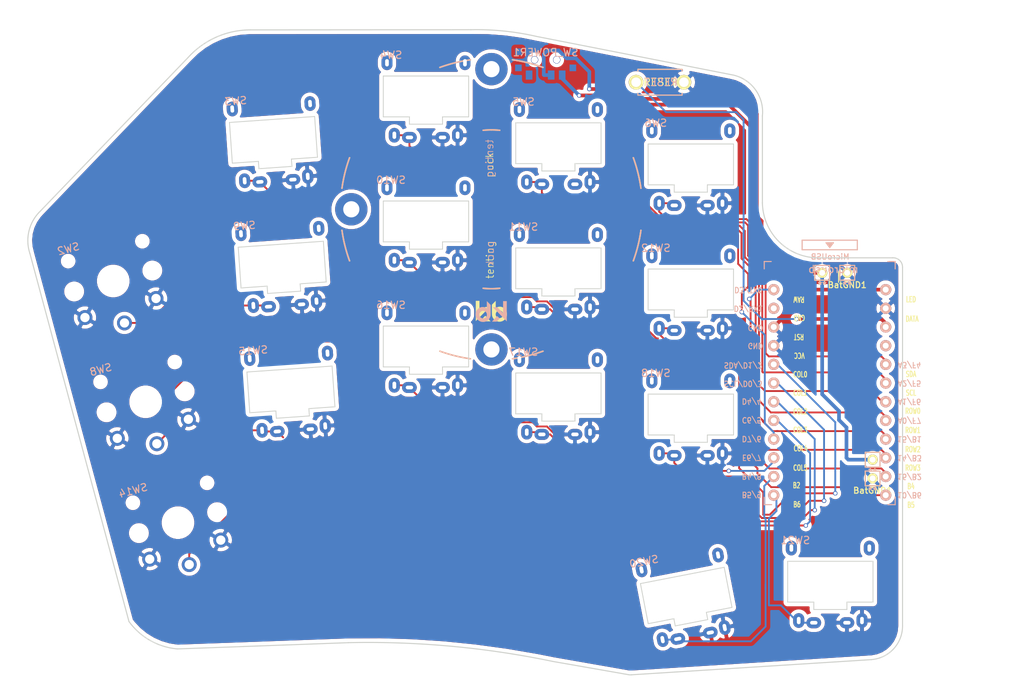
<source format=kicad_pcb>
(kicad_pcb (version 20171130) (host pcbnew 5.1.10)
  (title_block (title hypergolic) (date 2020-12-26) (rev 0.1) (company broomlabs))
  (layers (0 F.Cu signal) (31 B.Cu signal) (34 B.Paste user) (35 F.Paste user) (36 B.SilkS user) (37 F.SilkS user) (38 B.Mask user) (39 F.Mask user) (44 Edge.Cuts user))
  (net 0 "")
  (net 1 reset)
  (net 2 BT+)
  (net 3 gnd)
  (net 4 vcc)
  (net 5 Switch18)
  (net 6 Switch1)
  (net 7 Switch2)
  (net 8 Switch3)
  (net 9 Switch4)
  (net 10 Switch5)
  (net 11 Switch6)
  (net 12 Switch7)
  (net 13 Switch8)
  (net 14 Switch9)
  (net 15 Switch10)
  (net 16 Switch11)
  (net 17 Switch12)
  (net 18 Switch13)
  (net 19 Switch14)
  (net 20 Switch15)
  (net 21 Switch16)
  (net 22 Switch17)
  (net 23 "Net-(SW_POWER1-Pad1)")
  (net 24 raw)
  (module kbd:1pin_conn (layer F.Cu) (at 140.716 74.422)
    (fp_text reference BatGND1 (at 0 1.651) (layer F.SilkS) (effects (font (size 0.8128 0.8128))))
    (fp_text value MountingHole_Pad hide)
    (fp_text user ** (at 0 1.651) (layer B.SilkS) (effects (font (size 0.8128 0.8128)) (justify mirror)))
    (pad 1 thru_hole circle (at 0 0) (size 1.397 1.397) (drill 0.8128) (layers *.Cu *.Mask F.SilkS) (net 3 gnd))
  )
  (module kbd:1pin_conn (layer F.Cu) (at 140.716 71.882)
    (fp_text reference ** (at 0 1.651) (layer F.SilkS) (effects (font (size 0.8128 0.8128))))
    (fp_text value Val** hide)
    (fp_text user ** (at 0 1.651) (layer B.SilkS) (effects (font (size 0.8128 0.8128)) (justify mirror)))
    (pad 1 thru_hole circle (at 0 0) (size 1.397 1.397) (drill 0.8128) (layers *.Cu *.Mask F.SilkS) (net 2 BT+))
  )
  (module kbd:ProMicro_DPB (layer B.Cu) (at 134.882 63.246 180)
    (fp_text reference U1 hide)
    (fp_text value ProMicro-kbd hide)
    (fp_text user MicroUSB (at -0.05 18.95) (layer B.SilkS) (effects (font (size 0.75 0.75) (thickness 0.12)) (justify mirror)))
    (fp_text user B4/8 (at 10.605 -10.9 180 unlocked) (layer B.SilkS) (effects (font (size 0.75 0.67) (thickness 0.125)) (justify mirror)))
    (fp_text user D2/RX1 (at 11.055 11.9 180 unlocked) (layer B.SilkS) (effects (font (size 0.75 0.67) (thickness 0.125)) (justify mirror)))
    (fp_text user B5/9 (at 10.605 -13.4 180 unlocked) (layer B.SilkS) (effects (font (size 0.75 0.67) (thickness 0.125)) (justify mirror)))
    (fp_text user C6/5 (at 10.605 -3.25 180 unlocked) (layer B.SilkS) (effects (font (size 0.75 0.67) (thickness 0.125)) (justify mirror)))
    (fp_text user SCL/D0/3 (at 11.755 1.7 180 unlocked) (layer B.SilkS) (effects (font (size 0.75 0.67) (thickness 0.125)) (justify mirror)))
    (fp_text user SDA/D1/2 (at 11.755 4.2 180 unlocked) (layer B.SilkS) (effects (font (size 0.75 0.67) (thickness 0.125)) (justify mirror)))
    (fp_text user D4/4 (at 10.605 -0.7 180 unlocked) (layer B.SilkS) (effects (font (size 0.75 0.67) (thickness 0.125)) (justify mirror)))
    (fp_text user D3/TX0 (at 11.055 14.45 180 unlocked) (layer B.SilkS) (effects (font (size 0.75 0.67) (thickness 0.125)) (justify mirror)))
    (fp_text user GND (at 10.105 9.3 180 unlocked) (layer B.SilkS) (effects (font (size 0.75 0.67) (thickness 0.125)) (justify mirror)))
    (fp_text user GND (at 10.105 6.85 180 unlocked) (layer B.SilkS) (effects (font (size 0.75 0.67) (thickness 0.125)) (justify mirror)))
    (fp_text user D7/6 (at 10.605 -5.8 180 unlocked) (layer B.SilkS) (effects (font (size 0.75 0.67) (thickness 0.125)) (justify mirror)))
    (fp_text user E6/7 (at 10.605 -8.35 180 unlocked) (layer B.SilkS) (effects (font (size 0.75 0.67) (thickness 0.125)) (justify mirror)))
    (fp_text user 16/B2 (at -10.845 -10.95 180 unlocked) (layer B.SilkS) (effects (font (size 0.75 0.67) (thickness 0.125)) (justify mirror)))
    (fp_text user 10/B6 (at -10.845 -13.45 180 unlocked) (layer B.SilkS) (effects (font (size 0.75 0.67) (thickness 0.125)) (justify mirror)))
    (fp_text user 14/B3 (at -10.845 -8.4 180 unlocked) (layer B.SilkS) (effects (font (size 0.75 0.67) (thickness 0.125)) (justify mirror)))
    (fp_text user 15/B1 (at -10.845 -5.85 180 unlocked) (layer B.SilkS) (effects (font (size 0.75 0.67) (thickness 0.125)) (justify mirror)))
    (fp_text user A0/F7 (at -10.845 -3.3 180 unlocked) (layer B.SilkS) (effects (font (size 0.75 0.67) (thickness 0.125)) (justify mirror)))
    (fp_text user A1/F6 (at -10.845 -0.75 180 unlocked) (layer B.SilkS) (effects (font (size 0.75 0.67) (thickness 0.125)) (justify mirror)))
    (fp_text user A2/F5 (at -10.845 1.75 180 unlocked) (layer B.SilkS) (effects (font (size 0.75 0.67) (thickness 0.125)) (justify mirror)))
    (fp_text user A3/F4 (at -10.845 4.25 180 unlocked) (layer B.SilkS) (effects (font (size 0.75 0.67) (thickness 0.125)) (justify mirror)))
    (fp_text user VCC (at 4.1275 5.5245 180 unlocked) (layer F.SilkS) (effects (font (size 0.75 0.5) (thickness 0.125))))
    (fp_text user RST (at 4.191 8.0645 180 unlocked) (layer F.SilkS) (effects (font (size 0.75 0.5) (thickness 0.125))))
    (fp_text user GND (at 4.1275 10.668 180 unlocked) (layer F.SilkS) (effects (font (size 0.75 0.5) (thickness 0.125))))
    (fp_text user RAW (at 4.191 13.1445 180 unlocked) (layer F.SilkS) (effects (font (size 0.75 0.5) (thickness 0.125))))
    (fp_text user "" (at -0.545 17.4) (layer B.SilkS) (effects (justify mirror)))
    (fp_text user "" (at -1.2515 16.256) (layer F.SilkS))
    (fp_text user ROW1 (at -11.3 -4.6355) (layer F.SilkS) (effects (font (size 0.75 0.5) (thickness 0.125))))
    (fp_text user COL4 (at 3.95 -7.112) (layer F.SilkS) (effects (font (size 0.75 0.5) (thickness 0.125))))
    (fp_text user ROW2 (at -11.3 -7.239) (layer F.SilkS) (effects (font (size 0.75 0.5) (thickness 0.125))))
    (fp_text user COL5 (at 4 -9.75) (layer F.SilkS) (effects (font (size 0.75 0.5) (thickness 0.125))))
    (fp_text user ROW3 (at -11.3 -9.75) (layer F.SilkS) (effects (font (size 0.75 0.5) (thickness 0.125))))
    (fp_text user B2 (at 4.5085 -12.1285) (layer F.SilkS) (effects (font (size 0.75 0.5) (thickness 0.125))))
    (fp_text user B4 (at -11.049 -12.2555) (layer F.SilkS) (effects (font (size 0.75 0.5) (thickness 0.125))))
    (fp_text user B5 (at -11.049 -14.7955) (layer F.SilkS) (effects (font (size 0.75 0.5) (thickness 0.125))))
    (fp_text user B6 (at 4.445 -14.732) (layer F.SilkS) (effects (font (size 0.75 0.5) (thickness 0.125))))
    (fp_text user COL0 (at 4 2.95) (layer F.SilkS) (effects (font (size 0.75 0.5) (thickness 0.125))))
    (fp_text user SDA (at -11.049 2.9845) (layer F.SilkS) (effects (font (size 0.75 0.5) (thickness 0.125))))
    (fp_text user COL1 (at 4 0.4445) (layer F.SilkS) (effects (font (size 0.75 0.5) (thickness 0.125))))
    (fp_text user SCL (at -11.049 0.4445) (layer F.SilkS) (effects (font (size 0.75 0.5) (thickness 0.125))))
    (fp_text user COL2 (at 4 -2.1) (layer F.SilkS) (effects (font (size 0.75 0.5) (thickness 0.125))))
    (fp_text user ROW0 (at -11.3 -2.032) (layer F.SilkS) (effects (font (size 0.75 0.5) (thickness 0.125))))
    (fp_text user COL3 (at 4 -4.6) (layer F.SilkS) (effects (font (size 0.75 0.5) (thickness 0.125))))
    (fp_text user DATA (at -11.2 10.5) (layer F.SilkS) (effects (font (size 0.75 0.5) (thickness 0.125))))
    (fp_text user LED (at -11.049 13.1445) (layer F.SilkS) (effects (font (size 0.75 0.5) (thickness 0.125))))
    (fp_text user | (at -1.2065 16.256) (layer F.SilkS))
    (fp_text user microusb (at -0.5 17.25) (layer B.SilkS) (effects (justify mirror)))
    (pad 1 thru_hole circle (at 7.6114 14.478 180) (size 1.524 1.524) (drill 0.8128) (layers *.Cu *.Mask B.SilkS) (net 15 Switch10))
    (pad 2 thru_hole circle (at 7.6114 11.938 180) (size 1.524 1.524) (drill 0.8128) (layers *.Cu *.Mask B.SilkS) (net 5 Switch18))
    (pad 3 thru_hole circle (at 7.6114 9.398 180) (size 1.524 1.524) (drill 0.8128) (layers *.Cu *.Mask B.SilkS) (net 3 gnd))
    (pad 4 thru_hole circle (at 7.6114 6.858 180) (size 1.524 1.524) (drill 0.8128) (layers *.Cu *.Mask B.SilkS) (net 3 gnd))
    (pad 5 thru_hole circle (at 7.6114 4.318 180) (size 1.524 1.524) (drill 0.8128) (layers *.Cu *.Mask B.SilkS) (net 16 Switch11))
    (pad 6 thru_hole circle (at 7.6114 1.778 180) (size 1.524 1.524) (drill 0.8128) (layers *.Cu *.Mask B.SilkS) (net 17 Switch12))
    (pad 7 thru_hole circle (at 7.6114 -0.762 180) (size 1.524 1.524) (drill 0.8128) (layers *.Cu *.Mask B.SilkS) (net 18 Switch13))
    (pad 8 thru_hole circle (at 7.6114 -3.302 180) (size 1.524 1.524) (drill 0.8128) (layers *.Cu *.Mask B.SilkS) (net 19 Switch14))
    (pad 9 thru_hole circle (at 7.6114 -5.842 180) (size 1.524 1.524) (drill 0.8128) (layers *.Cu *.Mask B.SilkS) (net 6 Switch1))
    (pad 10 thru_hole circle (at 7.6114 -8.382 180) (size 1.524 1.524) (drill 0.8128) (layers *.Cu *.Mask B.SilkS) (net 20 Switch15))
    (pad 11 thru_hole circle (at 7.6114 -10.922 180) (size 1.524 1.524) (drill 0.8128) (layers *.Cu *.Mask B.SilkS) (net 21 Switch16))
    (pad 12 thru_hole circle (at 7.6114 -13.462 180) (size 1.524 1.524) (drill 0.8128) (layers *.Cu *.Mask B.SilkS) (net 22 Switch17))
    (pad 13 thru_hole circle (at -7.6086 -13.462 180) (size 1.524 1.524) (drill 0.8128) (layers *.Cu *.Mask B.SilkS) (net 14 Switch9))
    (pad 14 thru_hole circle (at -7.6086 -10.922 180) (size 1.524 1.524) (drill 0.8128) (layers *.Cu *.Mask B.SilkS) (net 13 Switch8))
    (pad 15 thru_hole circle (at -7.6086 -8.382 180) (size 1.524 1.524) (drill 0.8128) (layers *.Cu *.Mask B.SilkS) (net 12 Switch7))
    (pad 16 thru_hole circle (at -7.6086 -5.842 180) (size 1.524 1.524) (drill 0.8128) (layers *.Cu *.Mask B.SilkS) (net 11 Switch6))
    (pad 17 thru_hole circle (at -7.6086 -3.302 180) (size 1.524 1.524) (drill 0.8128) (layers *.Cu *.Mask B.SilkS) (net 7 Switch2))
    (pad 18 thru_hole circle (at -7.6086 -0.762 180) (size 1.524 1.524) (drill 0.8128) (layers *.Cu *.Mask B.SilkS) (net 8 Switch3))
    (pad 19 thru_hole circle (at -7.6086 1.778 180) (size 1.524 1.524) (drill 0.8128) (layers *.Cu *.Mask B.SilkS) (net 9 Switch4))
    (pad 20 thru_hole circle (at -7.6086 4.318 180) (size 1.524 1.524) (drill 0.8128) (layers *.Cu *.Mask B.SilkS) (net 10 Switch5))
    (pad 21 thru_hole circle (at -7.6086 6.858 180) (size 1.524 1.524) (drill 0.8128) (layers *.Cu *.Mask B.SilkS) (net 4 vcc))
    (pad 22 thru_hole circle (at -7.6086 9.398 180) (size 1.524 1.524) (drill 0.8128) (layers *.Cu *.Mask B.SilkS) (net 1 reset))
    (pad 23 thru_hole circle (at -7.6086 11.938 180) (size 1.524 1.524) (drill 0.8128) (layers *.Cu *.Mask B.SilkS) (net 3 gnd))
    (pad 24 thru_hole circle (at -7.6086 14.478 180) (size 1.524 1.524) (drill 0.8128) (layers *.Cu *.Mask B.SilkS) (net 24 raw))
  )
  (module kbd:1pin_conn (layer F.Cu) (at 133.858 46.482)
    (fp_text reference ** (at 0 1.651) (layer F.SilkS) (effects (font (size 0.8128 0.8128))))
    (fp_text value Val** hide)
    (fp_text user ** (at 0 1.651) (layer B.SilkS) (effects (font (size 0.8128 0.8128)) (justify mirror)))
    (pad 1 thru_hole circle (at 0 0) (size 1.397 1.397) (drill 0.8128) (layers *.Cu *.Mask F.SilkS) (net 2 BT+))
  )
  (module kbd:Tenting_Puck2-3 (layer F.Cu) (at 88.9 37.846)
    (fp_text reference REF**)
    (fp_text value "Tenting Puck")
    (fp_text user puck (at -0.1905 6.0325 90 unlocked) (layer B.SilkS) (effects (font (thickness 0.1)) (justify mirror)))
    (fp_text user tenting (at -0.254 -6.9215 90) (layer B.SilkS) (effects (font (thickness 0.1)) (justify mirror)))
    (fp_text user puck (at -0.254 -6.0325 90) (layer F.SilkS) (effects (font (thickness 0.1))))
    (fp_text user tenting (at -0.1905 6.858 90) (layer F.SilkS) (effects (font (thickness 0.1))))
    (pad 1 thru_hole circle (at -19.05 0) (size 4.4 4.4) (drill 2.2) (layers *.Cu *.Mask))
    (pad 1 thru_hole circle (at 0 19.05) (size 4.4 4.4) (drill 2.2) (layers *.Cu *.Mask))
    (pad 1 thru_hole circle (at 0 -19.05) (size 4.4 4.4) (drill 2.2) (layers *.Cu *.Mask))
  )
  (module kbd:Choc_Mini_PG1232_Choc_Spacing_dual (layer F.Cu) (at 116 65.92)
    (fp_text reference SW18 hide)
    (fp_text value SW_Push hide)
    (fp_line (start -5.8 -2.95) (end 5.8 -2.95) (layer Edge.Cuts) (width 0.12))
    (fp_line (start 5.8 -2.95) (end 5.8 2.6) (layer Edge.Cuts) (width 0.12))
    (fp_line (start -5.8 2.6) (end -5.8 -2.95) (layer Edge.Cuts) (width 0.12))
    (fp_line (start -2.25 2.6) (end -2.25 3.6) (layer Edge.Cuts) (width 0.12))
    (fp_line (start -2.25 3.6) (end 2.25 3.6) (layer Edge.Cuts) (width 0.12))
    (fp_line (start 2.25 3.6) (end 2.25 2.6) (layer Edge.Cuts) (width 0.12))
    (fp_line (start -2.25 2.6) (end -5.8 2.6) (layer Edge.Cuts) (width 0.12))
    (fp_line (start 2.25 2.6) (end 5.8 2.6) (layer Edge.Cuts) (width 0.12))
    (fp_text user %R (at -4.76 -5.8) (layer B.SilkS) (effects (justify mirror)))
    (pad 1 thru_hole oval (at -4.3 5.1) (size 1.5 2) (drill oval 0.5 1) (layers *.Cu *.Mask) (net 20 Switch15) (clearance 0.2))
    (pad 2 thru_hole oval (at 2.25 5.4) (size 2 1.5) (drill oval 1 0.5) (layers *.Cu *.Mask) (net 3 gnd) (clearance 0.2))
    (pad 3 thru_hole oval (at 5.3 -4.75) (size 1.5 2) (drill oval 0.5 1) (layers *.Cu *.Mask) (clearance 0.2))
    (pad 4 thru_hole oval (at -5.3 -4.75) (size 1.5 2) (drill oval 0.5 1) (layers *.Cu *.Mask) (clearance 0.2))
    (pad 2 thru_hole oval (at 4.3 5.1) (size 1.5 2) (drill oval 0.5 1) (layers *.Cu *.Mask) (net 3 gnd) (clearance 0.2))
    (pad 1 thru_hole oval (at -2.25 5.4) (size 2 1.5) (drill oval 1 0.5) (layers *.Cu *.Mask) (net 20 Switch15) (clearance 0.2))
  )
  (module kbd:Choc_Mini_PG1232_Choc_Spacing_dual (layer F.Cu) (at 59.2853 28.5816 4)
    (fp_text reference SW3 hide)
    (fp_text value SW_Push hide)
    (fp_line (start -5.8 -2.95) (end 5.8 -2.95) (layer Edge.Cuts) (width 0.12))
    (fp_line (start 5.8 -2.95) (end 5.8 2.6) (layer Edge.Cuts) (width 0.12))
    (fp_line (start -5.8 2.6) (end -5.8 -2.95) (layer Edge.Cuts) (width 0.12))
    (fp_line (start -2.25 2.6) (end -2.25 3.6) (layer Edge.Cuts) (width 0.12))
    (fp_line (start -2.25 3.6) (end 2.25 3.6) (layer Edge.Cuts) (width 0.12))
    (fp_line (start 2.25 3.6) (end 2.25 2.6) (layer Edge.Cuts) (width 0.12))
    (fp_line (start -2.25 2.6) (end -5.8 2.6) (layer Edge.Cuts) (width 0.12))
    (fp_line (start 2.25 2.6) (end 5.8 2.6) (layer Edge.Cuts) (width 0.12))
    (fp_text user %R (at -4.76 -5.8 4) (layer B.SilkS) (effects (justify mirror)))
    (pad 1 thru_hole oval (at -4.3 5.1 4) (size 1.5 2) (drill oval 0.5 1) (layers *.Cu *.Mask) (net 7 Switch2) (clearance 0.2))
    (pad 2 thru_hole oval (at 2.25 5.4 4) (size 2 1.5) (drill oval 1 0.5) (layers *.Cu *.Mask) (net 3 gnd) (clearance 0.2))
    (pad 3 thru_hole oval (at 5.3 -4.75 4) (size 1.5 2) (drill oval 0.5 1) (layers *.Cu *.Mask) (clearance 0.2))
    (pad 4 thru_hole oval (at -5.3 -4.75 4) (size 1.5 2) (drill oval 0.5 1) (layers *.Cu *.Mask) (clearance 0.2))
    (pad 2 thru_hole oval (at 4.3 5.1 4) (size 1.5 2) (drill oval 0.5 1) (layers *.Cu *.Mask) (net 3 gnd) (clearance 0.2))
    (pad 1 thru_hole oval (at -2.25 5.4 4) (size 2 1.5) (drill oval 1 0.5) (layers *.Cu *.Mask) (net 7 Switch2) (clearance 0.2))
  )
  (module kbd:Choc_Mini_PG1232_Choc_Spacing_dual (layer F.Cu) (at 116 48.92)
    (fp_text reference SW12 hide)
    (fp_text value SW_Push hide)
    (fp_line (start -5.8 -2.95) (end 5.8 -2.95) (layer Edge.Cuts) (width 0.12))
    (fp_line (start 5.8 -2.95) (end 5.8 2.6) (layer Edge.Cuts) (width 0.12))
    (fp_line (start -5.8 2.6) (end -5.8 -2.95) (layer Edge.Cuts) (width 0.12))
    (fp_line (start -2.25 2.6) (end -2.25 3.6) (layer Edge.Cuts) (width 0.12))
    (fp_line (start -2.25 3.6) (end 2.25 3.6) (layer Edge.Cuts) (width 0.12))
    (fp_line (start 2.25 3.6) (end 2.25 2.6) (layer Edge.Cuts) (width 0.12))
    (fp_line (start -2.25 2.6) (end -5.8 2.6) (layer Edge.Cuts) (width 0.12))
    (fp_line (start 2.25 2.6) (end 5.8 2.6) (layer Edge.Cuts) (width 0.12))
    (fp_text user %R (at -4.76 -5.8) (layer B.SilkS) (effects (justify mirror)))
    (pad 1 thru_hole oval (at -4.3 5.1) (size 1.5 2) (drill oval 0.5 1) (layers *.Cu *.Mask) (net 15 Switch10) (clearance 0.2))
    (pad 2 thru_hole oval (at 2.25 5.4) (size 2 1.5) (drill oval 1 0.5) (layers *.Cu *.Mask) (net 3 gnd) (clearance 0.2))
    (pad 3 thru_hole oval (at 5.3 -4.75) (size 1.5 2) (drill oval 0.5 1) (layers *.Cu *.Mask) (clearance 0.2))
    (pad 4 thru_hole oval (at -5.3 -4.75) (size 1.5 2) (drill oval 0.5 1) (layers *.Cu *.Mask) (clearance 0.2))
    (pad 2 thru_hole oval (at 4.3 5.1) (size 1.5 2) (drill oval 0.5 1) (layers *.Cu *.Mask) (net 3 gnd) (clearance 0.2))
    (pad 1 thru_hole oval (at -2.25 5.4) (size 2 1.5) (drill oval 1 0.5) (layers *.Cu *.Mask) (net 15 Switch10) (clearance 0.2))
  )
  (module kbd:Choc_Mini_PG1232_Choc_Spacing_dual (layer F.Cu) (at 134.966 88.646)
    (fp_text reference SW21 hide)
    (fp_text value SW_Push hide)
    (fp_line (start -5.8 -2.95) (end 5.8 -2.95) (layer Edge.Cuts) (width 0.12))
    (fp_line (start 5.8 -2.95) (end 5.8 2.6) (layer Edge.Cuts) (width 0.12))
    (fp_line (start -5.8 2.6) (end -5.8 -2.95) (layer Edge.Cuts) (width 0.12))
    (fp_line (start -2.25 2.6) (end -2.25 3.6) (layer Edge.Cuts) (width 0.12))
    (fp_line (start -2.25 3.6) (end 2.25 3.6) (layer Edge.Cuts) (width 0.12))
    (fp_line (start 2.25 3.6) (end 2.25 2.6) (layer Edge.Cuts) (width 0.12))
    (fp_line (start -2.25 2.6) (end -5.8 2.6) (layer Edge.Cuts) (width 0.12))
    (fp_line (start 2.25 2.6) (end 5.8 2.6) (layer Edge.Cuts) (width 0.12))
    (fp_text user %R (at -4.76 -5.8) (layer B.SilkS) (effects (justify mirror)))
    (pad 1 thru_hole oval (at -4.3 5.1) (size 1.5 2) (drill oval 0.5 1) (layers *.Cu *.Mask) (net 22 Switch17) (clearance 0.2))
    (pad 2 thru_hole oval (at 2.25 5.4) (size 2 1.5) (drill oval 1 0.5) (layers *.Cu *.Mask) (net 3 gnd) (clearance 0.2))
    (pad 3 thru_hole oval (at 5.3 -4.75) (size 1.5 2) (drill oval 0.5 1) (layers *.Cu *.Mask) (clearance 0.2))
    (pad 4 thru_hole oval (at -5.3 -4.75) (size 1.5 2) (drill oval 0.5 1) (layers *.Cu *.Mask) (clearance 0.2))
    (pad 2 thru_hole oval (at 4.3 5.1) (size 1.5 2) (drill oval 0.5 1) (layers *.Cu *.Mask) (net 3 gnd) (clearance 0.2))
    (pad 1 thru_hole oval (at -2.25 5.4) (size 2 1.5) (drill oval 1 0.5) (layers *.Cu *.Mask) (net 22 Switch17) (clearance 0.2))
  )
  (module kbd:Choc_Mini_PG1232_Choc_Spacing_dual (layer F.Cu) (at 115.408 90.514 11)
    (fp_text reference SW20 hide)
    (fp_text value SW_Push hide)
    (fp_line (start -5.8 -2.95) (end 5.8 -2.95) (layer Edge.Cuts) (width 0.12))
    (fp_line (start 5.8 -2.95) (end 5.8 2.6) (layer Edge.Cuts) (width 0.12))
    (fp_line (start -5.8 2.6) (end -5.8 -2.95) (layer Edge.Cuts) (width 0.12))
    (fp_line (start -2.25 2.6) (end -2.25 3.6) (layer Edge.Cuts) (width 0.12))
    (fp_line (start -2.25 3.6) (end 2.25 3.6) (layer Edge.Cuts) (width 0.12))
    (fp_line (start 2.25 3.6) (end 2.25 2.6) (layer Edge.Cuts) (width 0.12))
    (fp_line (start -2.25 2.6) (end -5.8 2.6) (layer Edge.Cuts) (width 0.12))
    (fp_line (start 2.25 2.6) (end 5.8 2.6) (layer Edge.Cuts) (width 0.12))
    (fp_text user %R (at -4.76 -5.8 11) (layer B.SilkS) (effects (justify mirror)))
    (pad 1 thru_hole oval (at -4.3 5.1 11) (size 1.5 2) (drill oval 0.5 1) (layers *.Cu *.Mask) (net 21 Switch16) (clearance 0.2))
    (pad 2 thru_hole oval (at 2.25 5.4 11) (size 2 1.5) (drill oval 1 0.5) (layers *.Cu *.Mask) (net 3 gnd) (clearance 0.2))
    (pad 3 thru_hole oval (at 5.3 -4.75 11) (size 1.5 2) (drill oval 0.5 1) (layers *.Cu *.Mask) (clearance 0.2))
    (pad 4 thru_hole oval (at -5.3 -4.75 11) (size 1.5 2) (drill oval 0.5 1) (layers *.Cu *.Mask) (clearance 0.2))
    (pad 2 thru_hole oval (at 4.3 5.1 11) (size 1.5 2) (drill oval 0.5 1) (layers *.Cu *.Mask) (net 3 gnd) (clearance 0.2))
    (pad 1 thru_hole oval (at -2.25 5.4 11) (size 2 1.5) (drill oval 1 0.5) (layers *.Cu *.Mask) (net 21 Switch16) (clearance 0.2))
  )
  (module kbd:Choc_Mini_PG1232_Choc_Spacing_dual (layer F.Cu) (at 98 63.045)
    (fp_text reference SW17 hide)
    (fp_text value SW_Push hide)
    (fp_line (start -5.8 -2.95) (end 5.8 -2.95) (layer Edge.Cuts) (width 0.12))
    (fp_line (start 5.8 -2.95) (end 5.8 2.6) (layer Edge.Cuts) (width 0.12))
    (fp_line (start -5.8 2.6) (end -5.8 -2.95) (layer Edge.Cuts) (width 0.12))
    (fp_line (start -2.25 2.6) (end -2.25 3.6) (layer Edge.Cuts) (width 0.12))
    (fp_line (start -2.25 3.6) (end 2.25 3.6) (layer Edge.Cuts) (width 0.12))
    (fp_line (start 2.25 3.6) (end 2.25 2.6) (layer Edge.Cuts) (width 0.12))
    (fp_line (start -2.25 2.6) (end -5.8 2.6) (layer Edge.Cuts) (width 0.12))
    (fp_line (start 2.25 2.6) (end 5.8 2.6) (layer Edge.Cuts) (width 0.12))
    (fp_text user %R (at -4.76 -5.8) (layer B.SilkS) (effects (justify mirror)))
    (pad 1 thru_hole oval (at -4.3 5.1) (size 1.5 2) (drill oval 0.5 1) (layers *.Cu *.Mask) (net 19 Switch14) (clearance 0.2))
    (pad 2 thru_hole oval (at 2.25 5.4) (size 2 1.5) (drill oval 1 0.5) (layers *.Cu *.Mask) (net 3 gnd) (clearance 0.2))
    (pad 3 thru_hole oval (at 5.3 -4.75) (size 1.5 2) (drill oval 0.5 1) (layers *.Cu *.Mask) (clearance 0.2))
    (pad 4 thru_hole oval (at -5.3 -4.75) (size 1.5 2) (drill oval 0.5 1) (layers *.Cu *.Mask) (clearance 0.2))
    (pad 2 thru_hole oval (at 4.3 5.1) (size 1.5 2) (drill oval 0.5 1) (layers *.Cu *.Mask) (net 3 gnd) (clearance 0.2))
    (pad 1 thru_hole oval (at -2.25 5.4) (size 2 1.5) (drill oval 1 0.5) (layers *.Cu *.Mask) (net 19 Switch14) (clearance 0.2))
  )
  (module kbd:Choc_Mini_PG1232_Choc_Spacing_dual (layer F.Cu) (at 80 56.67)
    (fp_text reference SW16 hide)
    (fp_text value SW_Push hide)
    (fp_line (start -5.8 -2.95) (end 5.8 -2.95) (layer Edge.Cuts) (width 0.12))
    (fp_line (start 5.8 -2.95) (end 5.8 2.6) (layer Edge.Cuts) (width 0.12))
    (fp_line (start -5.8 2.6) (end -5.8 -2.95) (layer Edge.Cuts) (width 0.12))
    (fp_line (start -2.25 2.6) (end -2.25 3.6) (layer Edge.Cuts) (width 0.12))
    (fp_line (start -2.25 3.6) (end 2.25 3.6) (layer Edge.Cuts) (width 0.12))
    (fp_line (start 2.25 3.6) (end 2.25 2.6) (layer Edge.Cuts) (width 0.12))
    (fp_line (start -2.25 2.6) (end -5.8 2.6) (layer Edge.Cuts) (width 0.12))
    (fp_line (start 2.25 2.6) (end 5.8 2.6) (layer Edge.Cuts) (width 0.12))
    (fp_text user %R (at -4.76 -5.8) (layer B.SilkS) (effects (justify mirror)))
    (pad 1 thru_hole oval (at -4.3 5.1) (size 1.5 2) (drill oval 0.5 1) (layers *.Cu *.Mask) (net 18 Switch13) (clearance 0.2))
    (pad 2 thru_hole oval (at 2.25 5.4) (size 2 1.5) (drill oval 1 0.5) (layers *.Cu *.Mask) (net 3 gnd) (clearance 0.2))
    (pad 3 thru_hole oval (at 5.3 -4.75) (size 1.5 2) (drill oval 0.5 1) (layers *.Cu *.Mask) (clearance 0.2))
    (pad 4 thru_hole oval (at -5.3 -4.75) (size 1.5 2) (drill oval 0.5 1) (layers *.Cu *.Mask) (clearance 0.2))
    (pad 2 thru_hole oval (at 4.3 5.1) (size 1.5 2) (drill oval 0.5 1) (layers *.Cu *.Mask) (net 3 gnd) (clearance 0.2))
    (pad 1 thru_hole oval (at -2.25 5.4) (size 2 1.5) (drill oval 1 0.5) (layers *.Cu *.Mask) (net 18 Switch13) (clearance 0.2))
  )
  (module kbd:Choc_Mini_PG1232_Choc_Spacing_dual (layer F.Cu) (at 61.6573 62.5037 4)
    (fp_text reference SW15 hide)
    (fp_text value SW_Push hide)
    (fp_line (start -5.8 -2.95) (end 5.8 -2.95) (layer Edge.Cuts) (width 0.12))
    (fp_line (start 5.8 -2.95) (end 5.8 2.6) (layer Edge.Cuts) (width 0.12))
    (fp_line (start -5.8 2.6) (end -5.8 -2.95) (layer Edge.Cuts) (width 0.12))
    (fp_line (start -2.25 2.6) (end -2.25 3.6) (layer Edge.Cuts) (width 0.12))
    (fp_line (start -2.25 3.6) (end 2.25 3.6) (layer Edge.Cuts) (width 0.12))
    (fp_line (start 2.25 3.6) (end 2.25 2.6) (layer Edge.Cuts) (width 0.12))
    (fp_line (start -2.25 2.6) (end -5.8 2.6) (layer Edge.Cuts) (width 0.12))
    (fp_line (start 2.25 2.6) (end 5.8 2.6) (layer Edge.Cuts) (width 0.12))
    (fp_text user %R (at -4.76 -5.8 4) (layer B.SilkS) (effects (justify mirror)))
    (pad 1 thru_hole oval (at -4.3 5.1 4) (size 1.5 2) (drill oval 0.5 1) (layers *.Cu *.Mask) (net 17 Switch12) (clearance 0.2))
    (pad 2 thru_hole oval (at 2.25 5.4 4) (size 2 1.5) (drill oval 1 0.5) (layers *.Cu *.Mask) (net 3 gnd) (clearance 0.2))
    (pad 3 thru_hole oval (at 5.3 -4.75 4) (size 1.5 2) (drill oval 0.5 1) (layers *.Cu *.Mask) (clearance 0.2))
    (pad 4 thru_hole oval (at -5.3 -4.75 4) (size 1.5 2) (drill oval 0.5 1) (layers *.Cu *.Mask) (clearance 0.2))
    (pad 2 thru_hole oval (at 4.3 5.1 4) (size 1.5 2) (drill oval 0.5 1) (layers *.Cu *.Mask) (net 3 gnd) (clearance 0.2))
    (pad 1 thru_hole oval (at -2.25 5.4 4) (size 2 1.5) (drill oval 1 0.5) (layers *.Cu *.Mask) (net 17 Switch12) (clearance 0.2))
  )
  (module kbd:Choc_Mini_PG1232_Choc_Spacing_dual (layer F.Cu) (at 98 46.04)
    (fp_text reference SW11 hide)
    (fp_text value SW_Push hide)
    (fp_line (start -5.8 -2.95) (end 5.8 -2.95) (layer Edge.Cuts) (width 0.12))
    (fp_line (start 5.8 -2.95) (end 5.8 2.6) (layer Edge.Cuts) (width 0.12))
    (fp_line (start -5.8 2.6) (end -5.8 -2.95) (layer Edge.Cuts) (width 0.12))
    (fp_line (start -2.25 2.6) (end -2.25 3.6) (layer Edge.Cuts) (width 0.12))
    (fp_line (start -2.25 3.6) (end 2.25 3.6) (layer Edge.Cuts) (width 0.12))
    (fp_line (start 2.25 3.6) (end 2.25 2.6) (layer Edge.Cuts) (width 0.12))
    (fp_line (start -2.25 2.6) (end -5.8 2.6) (layer Edge.Cuts) (width 0.12))
    (fp_line (start 2.25 2.6) (end 5.8 2.6) (layer Edge.Cuts) (width 0.12))
    (fp_text user %R (at -4.76 -5.8) (layer B.SilkS) (effects (justify mirror)))
    (pad 1 thru_hole oval (at -4.3 5.1) (size 1.5 2) (drill oval 0.5 1) (layers *.Cu *.Mask) (net 14 Switch9) (clearance 0.2))
    (pad 2 thru_hole oval (at 2.25 5.4) (size 2 1.5) (drill oval 1 0.5) (layers *.Cu *.Mask) (net 3 gnd) (clearance 0.2))
    (pad 3 thru_hole oval (at 5.3 -4.75) (size 1.5 2) (drill oval 0.5 1) (layers *.Cu *.Mask) (clearance 0.2))
    (pad 4 thru_hole oval (at -5.3 -4.75) (size 1.5 2) (drill oval 0.5 1) (layers *.Cu *.Mask) (clearance 0.2))
    (pad 2 thru_hole oval (at 4.3 5.1) (size 1.5 2) (drill oval 0.5 1) (layers *.Cu *.Mask) (net 3 gnd) (clearance 0.2))
    (pad 1 thru_hole oval (at -2.25 5.4) (size 2 1.5) (drill oval 1 0.5) (layers *.Cu *.Mask) (net 14 Switch9) (clearance 0.2))
  )
  (module kbd:Choc_Mini_PG1232_Choc_Spacing_dual (layer F.Cu) (at 80 39.67)
    (fp_text reference SW10 hide)
    (fp_text value SW_Push hide)
    (fp_line (start -5.8 -2.95) (end 5.8 -2.95) (layer Edge.Cuts) (width 0.12))
    (fp_line (start 5.8 -2.95) (end 5.8 2.6) (layer Edge.Cuts) (width 0.12))
    (fp_line (start -5.8 2.6) (end -5.8 -2.95) (layer Edge.Cuts) (width 0.12))
    (fp_line (start -2.25 2.6) (end -2.25 3.6) (layer Edge.Cuts) (width 0.12))
    (fp_line (start -2.25 3.6) (end 2.25 3.6) (layer Edge.Cuts) (width 0.12))
    (fp_line (start 2.25 3.6) (end 2.25 2.6) (layer Edge.Cuts) (width 0.12))
    (fp_line (start -2.25 2.6) (end -5.8 2.6) (layer Edge.Cuts) (width 0.12))
    (fp_line (start 2.25 2.6) (end 5.8 2.6) (layer Edge.Cuts) (width 0.12))
    (fp_text user %R (at -4.76 -5.8) (layer B.SilkS) (effects (justify mirror)))
    (pad 1 thru_hole oval (at -4.3 5.1) (size 1.5 2) (drill oval 0.5 1) (layers *.Cu *.Mask) (net 13 Switch8) (clearance 0.2))
    (pad 2 thru_hole oval (at 2.25 5.4) (size 2 1.5) (drill oval 1 0.5) (layers *.Cu *.Mask) (net 3 gnd) (clearance 0.2))
    (pad 3 thru_hole oval (at 5.3 -4.75) (size 1.5 2) (drill oval 0.5 1) (layers *.Cu *.Mask) (clearance 0.2))
    (pad 4 thru_hole oval (at -5.3 -4.75) (size 1.5 2) (drill oval 0.5 1) (layers *.Cu *.Mask) (clearance 0.2))
    (pad 2 thru_hole oval (at 4.3 5.1) (size 1.5 2) (drill oval 0.5 1) (layers *.Cu *.Mask) (net 3 gnd) (clearance 0.2))
    (pad 1 thru_hole oval (at -2.25 5.4) (size 2 1.5) (drill oval 1 0.5) (layers *.Cu *.Mask) (net 13 Switch8) (clearance 0.2))
  )
  (module kbd:Choc_Mini_PG1232_Choc_Spacing_dual (layer F.Cu) (at 60.4711 45.5402 4)
    (fp_text reference SW9 hide)
    (fp_text value SW_Push hide)
    (fp_line (start -5.8 -2.95) (end 5.8 -2.95) (layer Edge.Cuts) (width 0.12))
    (fp_line (start 5.8 -2.95) (end 5.8 2.6) (layer Edge.Cuts) (width 0.12))
    (fp_line (start -5.8 2.6) (end -5.8 -2.95) (layer Edge.Cuts) (width 0.12))
    (fp_line (start -2.25 2.6) (end -2.25 3.6) (layer Edge.Cuts) (width 0.12))
    (fp_line (start -2.25 3.6) (end 2.25 3.6) (layer Edge.Cuts) (width 0.12))
    (fp_line (start 2.25 3.6) (end 2.25 2.6) (layer Edge.Cuts) (width 0.12))
    (fp_line (start -2.25 2.6) (end -5.8 2.6) (layer Edge.Cuts) (width 0.12))
    (fp_line (start 2.25 2.6) (end 5.8 2.6) (layer Edge.Cuts) (width 0.12))
    (fp_text user %R (at -4.76 -5.8 4) (layer B.SilkS) (effects (justify mirror)))
    (pad 1 thru_hole oval (at -4.3 5.1 4) (size 1.5 2) (drill oval 0.5 1) (layers *.Cu *.Mask) (net 12 Switch7) (clearance 0.2))
    (pad 2 thru_hole oval (at 2.25 5.4 4) (size 2 1.5) (drill oval 1 0.5) (layers *.Cu *.Mask) (net 3 gnd) (clearance 0.2))
    (pad 3 thru_hole oval (at 5.3 -4.75 4) (size 1.5 2) (drill oval 0.5 1) (layers *.Cu *.Mask) (clearance 0.2))
    (pad 4 thru_hole oval (at -5.3 -4.75 4) (size 1.5 2) (drill oval 0.5 1) (layers *.Cu *.Mask) (clearance 0.2))
    (pad 2 thru_hole oval (at 4.3 5.1 4) (size 1.5 2) (drill oval 0.5 1) (layers *.Cu *.Mask) (net 3 gnd) (clearance 0.2))
    (pad 1 thru_hole oval (at -2.25 5.4 4) (size 2 1.5) (drill oval 1 0.5) (layers *.Cu *.Mask) (net 12 Switch7) (clearance 0.2))
  )
  (module kbd:Choc_Mini_PG1232_Choc_Spacing_dual (layer F.Cu) (at 116 31.92)
    (fp_text reference SW6 hide)
    (fp_text value SW_Push hide)
    (fp_line (start -5.8 -2.95) (end 5.8 -2.95) (layer Edge.Cuts) (width 0.12))
    (fp_line (start 5.8 -2.95) (end 5.8 2.6) (layer Edge.Cuts) (width 0.12))
    (fp_line (start -5.8 2.6) (end -5.8 -2.95) (layer Edge.Cuts) (width 0.12))
    (fp_line (start -2.25 2.6) (end -2.25 3.6) (layer Edge.Cuts) (width 0.12))
    (fp_line (start -2.25 3.6) (end 2.25 3.6) (layer Edge.Cuts) (width 0.12))
    (fp_line (start 2.25 3.6) (end 2.25 2.6) (layer Edge.Cuts) (width 0.12))
    (fp_line (start -2.25 2.6) (end -5.8 2.6) (layer Edge.Cuts) (width 0.12))
    (fp_line (start 2.25 2.6) (end 5.8 2.6) (layer Edge.Cuts) (width 0.12))
    (fp_text user %R (at -4.76 -5.8) (layer B.SilkS) (effects (justify mirror)))
    (pad 1 thru_hole oval (at -4.3 5.1) (size 1.5 2) (drill oval 0.5 1) (layers *.Cu *.Mask) (net 10 Switch5) (clearance 0.2))
    (pad 2 thru_hole oval (at 2.25 5.4) (size 2 1.5) (drill oval 1 0.5) (layers *.Cu *.Mask) (net 3 gnd) (clearance 0.2))
    (pad 3 thru_hole oval (at 5.3 -4.75) (size 1.5 2) (drill oval 0.5 1) (layers *.Cu *.Mask) (clearance 0.2))
    (pad 4 thru_hole oval (at -5.3 -4.75) (size 1.5 2) (drill oval 0.5 1) (layers *.Cu *.Mask) (clearance 0.2))
    (pad 2 thru_hole oval (at 4.3 5.1) (size 1.5 2) (drill oval 0.5 1) (layers *.Cu *.Mask) (net 3 gnd) (clearance 0.2))
    (pad 1 thru_hole oval (at -2.25 5.4) (size 2 1.5) (drill oval 1 0.5) (layers *.Cu *.Mask) (net 10 Switch5) (clearance 0.2))
  )
  (module kbd:Choc_Mini_PG1232_Choc_Spacing_dual (layer F.Cu) (at 98 29.04)
    (fp_text reference SW5 hide)
    (fp_text value SW_Push hide)
    (fp_line (start -5.8 -2.95) (end 5.8 -2.95) (layer Edge.Cuts) (width 0.12))
    (fp_line (start 5.8 -2.95) (end 5.8 2.6) (layer Edge.Cuts) (width 0.12))
    (fp_line (start -5.8 2.6) (end -5.8 -2.95) (layer Edge.Cuts) (width 0.12))
    (fp_line (start -2.25 2.6) (end -2.25 3.6) (layer Edge.Cuts) (width 0.12))
    (fp_line (start -2.25 3.6) (end 2.25 3.6) (layer Edge.Cuts) (width 0.12))
    (fp_line (start 2.25 3.6) (end 2.25 2.6) (layer Edge.Cuts) (width 0.12))
    (fp_line (start -2.25 2.6) (end -5.8 2.6) (layer Edge.Cuts) (width 0.12))
    (fp_line (start 2.25 2.6) (end 5.8 2.6) (layer Edge.Cuts) (width 0.12))
    (fp_text user %R (at -4.76 -5.8) (layer B.SilkS) (effects (justify mirror)))
    (pad 1 thru_hole oval (at -4.3 5.1) (size 1.5 2) (drill oval 0.5 1) (layers *.Cu *.Mask) (net 9 Switch4) (clearance 0.2))
    (pad 2 thru_hole oval (at 2.25 5.4) (size 2 1.5) (drill oval 1 0.5) (layers *.Cu *.Mask) (net 14 Switch9) (clearance 0.2))
    (pad 3 thru_hole oval (at 5.3 -4.75) (size 1.5 2) (drill oval 0.5 1) (layers *.Cu *.Mask) (clearance 0.2))
    (pad 4 thru_hole oval (at -5.3 -4.75) (size 1.5 2) (drill oval 0.5 1) (layers *.Cu *.Mask) (clearance 0.2))
    (pad 2 thru_hole oval (at 4.3 5.1) (size 1.5 2) (drill oval 0.5 1) (layers *.Cu *.Mask) (net 3 gnd) (clearance 0.2))
    (pad 1 thru_hole oval (at -2.25 5.4) (size 2 1.5) (drill oval 1 0.5) (layers *.Cu *.Mask) (net 9 Switch4) (clearance 0.2))
  )
  (module kbd:Choc_Mini_PG1232_Choc_Spacing_dual (layer F.Cu) (at 80 22.68)
    (fp_text reference SW4 hide)
    (fp_text value SW_Push hide)
    (fp_line (start -5.8 -2.95) (end 5.8 -2.95) (layer Edge.Cuts) (width 0.12))
    (fp_line (start 5.8 -2.95) (end 5.8 2.6) (layer Edge.Cuts) (width 0.12))
    (fp_line (start -5.8 2.6) (end -5.8 -2.95) (layer Edge.Cuts) (width 0.12))
    (fp_line (start -2.25 2.6) (end -2.25 3.6) (layer Edge.Cuts) (width 0.12))
    (fp_line (start -2.25 3.6) (end 2.25 3.6) (layer Edge.Cuts) (width 0.12))
    (fp_line (start 2.25 3.6) (end 2.25 2.6) (layer Edge.Cuts) (width 0.12))
    (fp_line (start -2.25 2.6) (end -5.8 2.6) (layer Edge.Cuts) (width 0.12))
    (fp_line (start 2.25 2.6) (end 5.8 2.6) (layer Edge.Cuts) (width 0.12))
    (fp_text user %R (at -4.76 -5.8) (layer B.SilkS) (effects (justify mirror)))
    (pad 1 thru_hole oval (at -4.3 5.1) (size 1.5 2) (drill oval 0.5 1) (layers *.Cu *.Mask) (net 8 Switch3) (clearance 0.2))
    (pad 2 thru_hole oval (at 2.25 5.4) (size 2 1.5) (drill oval 1 0.5) (layers *.Cu *.Mask) (net 3 gnd) (clearance 0.2))
    (pad 3 thru_hole oval (at 5.3 -4.75) (size 1.5 2) (drill oval 0.5 1) (layers *.Cu *.Mask) (clearance 0.2))
    (pad 4 thru_hole oval (at -5.3 -4.75) (size 1.5 2) (drill oval 0.5 1) (layers *.Cu *.Mask) (clearance 0.2))
    (pad 2 thru_hole oval (at 4.3 5.1) (size 1.5 2) (drill oval 0.5 1) (layers *.Cu *.Mask) (net 3 gnd) (clearance 0.2))
    (pad 1 thru_hole oval (at -2.25 5.4) (size 2 1.5) (drill oval 1 0.5) (layers *.Cu *.Mask) (net 8 Switch3) (clearance 0.2))
  )
  (module Kailh:SW_PG1350_rev_DPB (layer F.Cu) (at 46.2925 80.4417 15)
    (fp_text reference SW14 hide)
    (fp_text value SW_Push hide)
    (fp_text user %R (at -4.76 -5.8 15) (layer B.SilkS) (effects (justify mirror)))
    (pad "" np_thru_hole circle (at -5.5 0 15) (size 1.7018 1.7018) (drill 1.7018) (layers *.Cu *.Mask))
    (pad "" np_thru_hole circle (at 5.5 0 15) (size 1.7018 1.7018) (drill 1.7018) (layers *.Cu *.Mask))
    (pad "" np_thru_hole circle (at 5.22 -4.2 15) (size 0.9906 0.9906) (drill 0.9906) (layers *.Cu *.Mask))
    (pad 1 thru_hole circle (at 0 5.9 15) (size 2.032 2.032) (drill 1.27) (layers *.Cu *.Mask) (net 16 Switch11))
    (pad 2 thru_hole circle (at -5 3.8 15) (size 2.032 2.032) (drill 1.27) (layers *.Cu *.Mask) (net 3 gnd))
    (pad "" np_thru_hole circle (at 0 0 15) (size 3.429 3.429) (drill 3.429) (layers *.Cu *.Mask))
    (pad 2 thru_hole circle (at 5 3.8 15) (size 2.032 2.032) (drill 1.27) (layers *.Cu *.Mask) (net 3 gnd))
    (pad "" np_thru_hole circle (at -5.22 -4.2 15) (size 0.9906 0.9906) (drill 0.9906) (layers *.Cu *.Mask))
  )
  (module Kailh:SW_PG1350_rev_DPB (layer F.Cu) (at 41.8913 64.0161 15)
    (fp_text reference SW8 hide)
    (fp_text value SW_Push hide)
    (fp_text user %R (at -4.76 -5.8 15) (layer B.SilkS) (effects (justify mirror)))
    (pad "" np_thru_hole circle (at -5.5 0 15) (size 1.7018 1.7018) (drill 1.7018) (layers *.Cu *.Mask))
    (pad "" np_thru_hole circle (at 5.5 0 15) (size 1.7018 1.7018) (drill 1.7018) (layers *.Cu *.Mask))
    (pad "" np_thru_hole circle (at 5.22 -4.2 15) (size 0.9906 0.9906) (drill 0.9906) (layers *.Cu *.Mask))
    (pad 1 thru_hole circle (at 0 5.9 15) (size 2.032 2.032) (drill 1.27) (layers *.Cu *.Mask) (net 11 Switch6))
    (pad 2 thru_hole circle (at -5 3.8 15) (size 2.032 2.032) (drill 1.27) (layers *.Cu *.Mask) (net 3 gnd))
    (pad "" np_thru_hole circle (at 0 0 15) (size 3.429 3.429) (drill 3.429) (layers *.Cu *.Mask))
    (pad 2 thru_hole circle (at 5 3.8 15) (size 2.032 2.032) (drill 1.27) (layers *.Cu *.Mask) (net 3 gnd))
    (pad "" np_thru_hole circle (at -5.22 -4.2 15) (size 0.9906 0.9906) (drill 0.9906) (layers *.Cu *.Mask))
  )
  (module Kailh:SW_PG1350_rev_DPB (layer F.Cu) (at 37.4914 47.5954 15)
    (fp_text reference SW2 hide)
    (fp_text value SW_Push hide)
    (fp_text user %R (at -4.76 -5.8 15) (layer B.SilkS) (effects (justify mirror)))
    (pad "" np_thru_hole circle (at -5.5 0 15) (size 1.7018 1.7018) (drill 1.7018) (layers *.Cu *.Mask))
    (pad "" np_thru_hole circle (at 5.5 0 15) (size 1.7018 1.7018) (drill 1.7018) (layers *.Cu *.Mask))
    (pad "" np_thru_hole circle (at 5.22 -4.2 15) (size 0.9906 0.9906) (drill 0.9906) (layers *.Cu *.Mask))
    (pad 1 thru_hole circle (at 0 5.9 15) (size 2.032 2.032) (drill 1.27) (layers *.Cu *.Mask) (net 6 Switch1))
    (pad 2 thru_hole circle (at -5 3.8 15) (size 2.032 2.032) (drill 1.27) (layers *.Cu *.Mask) (net 3 gnd))
    (pad "" np_thru_hole circle (at 0 0 15) (size 3.429 3.429) (drill 3.429) (layers *.Cu *.Mask))
    (pad 2 thru_hole circle (at 5 3.8 15) (size 2.032 2.032) (drill 1.27) (layers *.Cu *.Mask) (net 3 gnd))
    (pad "" np_thru_hole circle (at -5.22 -4.2 15) (size 0.9906 0.9906) (drill 0.9906) (layers *.Cu *.Mask))
  )
  (module Kailh:SPDT_C128955 (layer B.Cu) (at 96.266 17.526 180)
    (fp_text reference SW_POWER1 (at 0 1) (layer B.SilkS) (effects (justify mirror)))
    (fp_text value SW_SPDT)
    (pad 0 smd rect (at -3.7 1.1 180) (size 0.9 0.9) (layers B.Cu B.Paste B.Mask))
    (pad 0 smd rect (at -3.7 -1.1 180) (size 0.9 0.9) (layers B.Cu B.Paste B.Mask))
    (pad 0 smd rect (at 3.7 -1.1 180) (size 0.9 0.9) (layers B.Cu B.Paste B.Mask))
    (pad 0 smd rect (at 3.7 1.1 180) (size 0.9 0.9) (layers B.Cu B.Paste B.Mask))
    (pad 1 smd rect (at 2.25 -2.075 180) (size 0.9 1.25) (layers B.Cu B.Paste B.Mask) (net 23 "Net-(SW_POWER1-Pad1)"))
    (pad 3 smd rect (at -2.25 -2.075 180) (size 0.9 1.25) (layers B.Cu B.Paste B.Mask) (net 24 raw))
    (pad 2 smd rect (at -0.75 -2.075 180) (size 0.9 1.25) (layers B.Cu B.Paste B.Mask) (net 2 BT+))
    (pad "" np_thru_hole circle (at -1.5 0 180) (size 1 1) (drill 0.9) (layers *.Cu *.Mask))
    (pad "" np_thru_hole circle (at 1.5 0 180) (size 1 1) (drill 0.9) (layers *.Cu *.Mask))
  )
  (module kbd:ResetSW (layer F.Cu) (at 111.812 20.574)
    (fp_text reference RSW1 hide)
    (fp_text value SW_Push)
    (fp_text user RESET (at 0 0) (layer F.SilkS))
    (fp_text user RESET (at 0.127 0) (layer B.SilkS) (effects (justify mirror)))
    (pad 2 thru_hole circle (at -3.25 0) (size 2 2) (drill 1.3) (layers *.Cu *.Mask F.SilkS) (net 1 reset))
    (pad 1 thru_hole circle (at 3.25 0) (size 2 2) (drill 1.3) (layers *.Cu *.Mask F.SilkS) (net 3 gnd))
  )
  (module kbd:1pin_conn (layer F.Cu) (at 137.262 46.482)
    (fp_text reference BatGND1 (at 0 1.651) (layer F.SilkS) (effects (font (size 0.8128 0.8128))))
    (fp_text value MountingHole_Pad hide)
    (fp_text user ** (at 0 1.651) (layer B.SilkS) (effects (font (size 0.8128 0.8128)) (justify mirror)))
    (pad 1 thru_hole circle (at 0 0) (size 1.397 1.397) (drill 0.8128) (layers *.Cu *.Mask F.SilkS) (net 3 gnd))
  )
  (gr_line (start 107.952813 101.121456) (end 140.53232 99.06) (layer Edge.Cuts) (width 0.15))
  (gr_arc (start 107.793046 99.448186) (end 107.442 101.092) (angle -17.50894085) (layer Edge.Cuts) (width 0.15))
  (gr_arc (start 140.195619 94.488) (end 140.53232 99.06) (angle -85.78810506) (layer Edge.Cuts) (width 0.15))
  (gr_line (start 97.282 99.314) (end 107.442 101.092) (layer Edge.Cuts) (width 0.15))
  (gr_arc (start 86.891921 49.82479) (end 95.033607 14.351399) (angle -14.16454563) (layer Edge.Cuts) (width 0.15))
  (gr_arc (start 72.159282 219.965279) (end 69.451546 96.755903) (angle 13.02135768) (layer Edge.Cuts) (width 0.15))
  (gr_line (start 144.78 94.488) (end 144.78 78.232) (angle 90) (layer Edge.Cuts) (width 0.15))
  (gr_line (start 86.105472 13.437567) (end 56.134 13.462) (angle 90) (layer Edge.Cuts) (width 0.15))
  (gr_line (start 46.217948 97.605617) (end 69.451546 96.755903) (layer Edge.Cuts) (width 0.15))
  (gr_arc (start 133.35 36.82861) (end 125.73 36.974151) (angle -90.81459567) (layer Edge.Cuts) (width 0.15))
  (gr_arc (start 120.632493 24.59991) (end 125.73 25.146) (angle -87.32605082) (layer Edge.Cuts) (width 0.15))
  (gr_arc (start 46.994398 88.544346) (end 39.628398 93.878346) (angle -49.19263052) (layer Edge.Cuts) (width 0.15))
  (gr_line (start 47.676485 17.20335) (end 27.513839 38.16132) (angle 90) (layer Edge.Cuts) (width 0.15))
  (gr_arc (start 31.454299 42.103296) (end 27.513839 38.16132) (angle -63.29582795) (layer Edge.Cuts) (width 0.15))
  (gr_line (start 125.73 36.974151) (end 125.73 25.146) (angle 90) (layer Edge.Cuts) (width 0.15))
  (gr_arc (start 143.51 45.71) (end 144.78 45.72) (angle -94.05555909) (layer Edge.Cuts) (width 0.15))
  (gr_arc (start 56.134 24.892) (end 56.134 13.462) (angle -47.72631099) (layer Edge.Cuts) (width 0.15))
  (gr_line (start 143.430156 44.442473) (end 133.603859 44.445771) (angle 90) (layer Edge.Cuts) (width 0.15))
  (gr_line (start 26.162 43.852) (end 39.628398 93.878346) (angle 90) (layer Edge.Cuts) (width 0.15))
  (gr_line (start 144.78 78.232) (end 144.78 45.72) (angle 90) (layer Edge.Cuts) (width 0.15))
  (gr_line (start 121.415799 19.53343) (end 95.033607 14.351399) (angle 90) (layer Edge.Cuts) (width 0.15))
  (segment (start 93.98 53.594) (end 93.980002 53.593998) (width 0.25) (layer F.Cu) (net 0))
  (segment (start 123.174953 25.638953) (end 123.174953 50.276953) (width 0.25) (layer B.Cu) (net 1))
  (segment (start 122.174 24.638) (end 123.174953 25.638953) (width 0.25) (layer B.Cu) (net 1))
  (segment (start 112.626 24.638) (end 122.174 24.638) (width 0.25) (layer B.Cu) (net 1))
  (segment (start 108.562 20.574) (end 112.626 24.638) (width 0.25) (layer B.Cu) (net 1))
  (segment (start 125.801001 52.760999) (end 130.373001 52.760999) (width 0.25) (layer B.Cu) (net 1))
  (segment (start 125.73 52.832) (end 125.801001 52.760999) (width 0.25) (layer B.Cu) (net 1))
  (segment (start 123.174953 50.276953) (end 125.73 52.832) (width 0.25) (layer B.Cu) (net 1))
  (via (at 130.373001 52.760999) (size 0.6) (drill 0.4) (layers F.Cu B.Cu) (net 1))
  (segment (start 141.903599 52.760999) (end 142.9906 53.848) (width 0.5) (layer F.Cu) (net 1))
  (segment (start 130.373001 52.760999) (end 141.903599 52.760999) (width 0.5) (layer F.Cu) (net 1))
  (segment (start 106.119353 21.497333) (end 102.200667 21.497333) (width 0.5) (layer F.Cu) (net 2))
  (segment (start 122.91599 22.83999) (end 107.46201 22.83999) (width 0.5) (layer F.Cu) (net 2))
  (segment (start 124.968 24.892) (end 122.91599 22.83999) (width 0.5) (layer F.Cu) (net 2))
  (segment (start 125.638887 39.461114) (end 124.968 38.790227) (width 0.5) (layer F.Cu) (net 2))
  (segment (start 107.46201 22.83999) (end 106.119353 21.497333) (width 0.5) (layer F.Cu) (net 2))
  (segment (start 125.615574 39.484426) (end 125.638887 39.461114) (width 0.5) (layer F.Cu) (net 2))
  (segment (start 125.615574 43.548426) (end 125.615574 39.484426) (width 0.5) (layer F.Cu) (net 2))
  (segment (start 128.549148 46.482) (end 125.615574 43.548426) (width 0.5) (layer F.Cu) (net 2))
  (segment (start 124.968 38.790227) (end 124.968 24.892) (width 0.5) (layer F.Cu) (net 2))
  (segment (start 134.112 46.482) (end 128.549148 46.482) (width 0.5) (layer F.Cu) (net 2))
  (via (at 102.200667 21.497333) (size 0.6) (drill 0.4) (layers F.Cu B.Cu) (net 2))
  (segment (start 96.055 19.601) (end 97.016 19.601) (width 0.5) (layer B.Cu) (net 2))
  (segment (start 96.012 19.558) (end 96.055 19.601) (width 0.5) (layer B.Cu) (net 2))
  (segment (start 96.012 16.764) (end 96.012 19.558) (width 0.5) (layer B.Cu) (net 2))
  (segment (start 98.044 16.256) (end 96.52 16.256) (width 0.5) (layer B.Cu) (net 2))
  (segment (start 99.114001 17.326001) (end 98.044 16.256) (width 0.5) (layer B.Cu) (net 2))
  (segment (start 100.376003 17.326001) (end 99.114001 17.326001) (width 0.5) (layer B.Cu) (net 2))
  (segment (start 96.52 16.256) (end 96.012 16.764) (width 0.5) (layer B.Cu) (net 2))
  (segment (start 102.200667 19.150665) (end 100.376003 17.326001) (width 0.5) (layer B.Cu) (net 2))
  (segment (start 102.200667 21.497333) (end 102.200667 19.150665) (width 0.5) (layer B.Cu) (net 2))
  (segment (start 133.858 46.482) (end 133.858 62.992) (width 0.5) (layer B.Cu) (net 2))
  (segment (start 136.144 66.488214) (end 137.16 67.504214) (width 0.5) (layer B.Cu) (net 2))
  (segment (start 136.144 65.278) (end 136.144 66.488214) (width 0.5) (layer B.Cu) (net 2))
  (segment (start 133.858 62.992) (end 136.144 65.278) (width 0.5) (layer B.Cu) (net 2))
  (segment (start 137.414 71.882) (end 137.16 71.628) (width 0.5) (layer B.Cu) (net 2))
  (segment (start 140.716 71.882) (end 137.414 71.882) (width 0.5) (layer B.Cu) (net 2))
  (segment (start 137.16 67.504214) (end 137.16 71.628) (width 0.5) (layer B.Cu) (net 2))
  (segment (start 123.799954 48.514) (end 123.799954 48.514) (width 0.25) (layer F.Cu) (net 6))
  (via (at 122.936 51.816) (size 0.6) (drill 0.4) (layers F.Cu B.Cu) (net 6))
  (segment (start 42.209897 53.294362) (end 39.018432 53.294362) (width 0.25) (layer F.Cu) (net 6))
  (segment (start 46.736129 44.957871) (end 46.736129 48.768129) (width 0.25) (layer F.Cu) (net 6))
  (segment (start 55.446162 36.247838) (end 46.736129 44.957871) (width 0.25) (layer F.Cu) (net 6))
  (segment (start 122.130425 40.978835) (end 111.844835 40.978835) (width 0.25) (layer F.Cu) (net 6))
  (segment (start 123.799954 46.634046) (end 122.436762 45.270854) (width 0.25) (layer F.Cu) (net 6))
  (segment (start 92.3372 37.73002) (end 86.92317 32.31599) (width 0.25) (layer F.Cu) (net 6))
  (segment (start 122.436762 45.270854) (end 122.436762 41.410762) (width 0.25) (layer F.Cu) (net 6))
  (segment (start 46.736129 48.768129) (end 42.209897 53.294362) (width 0.25) (layer F.Cu) (net 6))
  (segment (start 122.37501 41.22342) (end 122.130425 40.978835) (width 0.25) (layer F.Cu) (net 6))
  (segment (start 108.59602 37.73002) (end 92.3372 37.73002) (width 0.25) (layer F.Cu) (net 6))
  (segment (start 122.436762 41.410762) (end 122.37501 41.34901) (width 0.25) (layer F.Cu) (net 6))
  (segment (start 122.37501 41.34901) (end 122.37501 41.22342) (width 0.25) (layer F.Cu) (net 6))
  (segment (start 111.844835 40.978835) (end 108.59602 37.73002) (width 0.25) (layer F.Cu) (net 6))
  (segment (start 64.178229 36.247837) (end 55.446162 36.247838) (width 0.25) (layer F.Cu) (net 6))
  (segment (start 68.12999 32.31599) (end 68.120033 32.306033) (width 0.25) (layer F.Cu) (net 6))
  (segment (start 86.92317 32.31599) (end 68.12999 32.31599) (width 0.25) (layer F.Cu) (net 6))
  (segment (start 68.120033 32.306033) (end 64.178229 36.247837) (width 0.25) (layer F.Cu) (net 6))
  (segment (start 122.936 49.225908) (end 122.936 51.816) (width 0.25) (layer F.Cu) (net 6))
  (segment (start 123.799954 48.361954) (end 122.936 49.225908) (width 0.25) (layer F.Cu) (net 6))
  (segment (start 123.799954 48.514) (end 123.799954 48.361954) (width 0.25) (layer F.Cu) (net 6))
  (segment (start 123.799954 48.361954) (end 123.799954 46.634046) (width 0.25) (layer F.Cu) (net 6))
  (segment (start 127.2706 68.156762) (end 127.2706 69.088) (width 0.25) (layer B.Cu) (net 6))
  (segment (start 126.055001 66.941163) (end 127.2706 68.156762) (width 0.25) (layer B.Cu) (net 6))
  (segment (start 126.055001 54.935001) (end 126.055001 66.941163) (width 0.25) (layer B.Cu) (net 6))
  (segment (start 122.936 51.816) (end 126.055001 54.935001) (width 0.25) (layer B.Cu) (net 6))
  (segment (start 57.261197 33.969129) (end 57.417466 34.125398) (width 0.25) (layer F.Cu) (net 7))
  (segment (start 55.351533 33.969129) (end 57.261197 33.969129) (width 0.25) (layer F.Cu) (net 7))
  (segment (start 122.316825 40.528825) (end 122.34295 40.55495) (width 0.25) (layer F.Cu) (net 7))
  (segment (start 122.886772 44.532002) (end 124.816969 46.462199) (width 0.25) (layer F.Cu) (net 7))
  (segment (start 122.886772 41.098772) (end 122.886772 44.532002) (width 0.25) (layer F.Cu) (net 7))
  (segment (start 122.316825 40.528825) (end 122.886772 41.098772) (width 0.25) (layer F.Cu) (net 7))
  (segment (start 122.062825 40.528825) (end 122.316825 40.528825) (width 0.25) (layer F.Cu) (net 7))
  (segment (start 112.154005 40.528825) (end 122.062825 40.528825) (width 0.25) (layer F.Cu) (net 7))
  (segment (start 92.5236 37.28001) (end 108.90519 37.28001) (width 0.25) (layer F.Cu) (net 7))
  (segment (start 87.099614 31.856024) (end 92.5236 37.28001) (width 0.25) (layer F.Cu) (net 7))
  (segment (start 63.991828 35.797828) (end 67.933632 31.856024) (width 0.25) (layer F.Cu) (net 7))
  (segment (start 59.089896 35.797828) (end 63.991828 35.797828) (width 0.25) (layer F.Cu) (net 7))
  (segment (start 108.90519 37.28001) (end 112.154005 40.528825) (width 0.25) (layer F.Cu) (net 7))
  (segment (start 67.933632 31.856024) (end 87.099614 31.856024) (width 0.25) (layer F.Cu) (net 7))
  (segment (start 57.417466 34.125398) (end 59.089896 35.797828) (width 0.25) (layer F.Cu) (net 7))
  (segment (start 124.816969 46.462199) (end 124.816969 62.635031) (width 0.25) (layer F.Cu) (net 7))
  (segment (start 141.903599 65.460999) (end 142.9906 66.548) (width 0.25) (layer F.Cu) (net 7))
  (segment (start 124.816969 62.635031) (end 124.816969 62.840969) (width 0.25) (layer F.Cu) (net 7))
  (segment (start 126.880937 65.460999) (end 127.944999 65.460999) (width 0.25) (layer F.Cu) (net 7))
  (segment (start 124.816969 63.397031) (end 126.880937 65.460999) (width 0.25) (layer F.Cu) (net 7))
  (segment (start 127.944999 65.460999) (end 141.903599 65.460999) (width 0.25) (layer F.Cu) (net 7))
  (segment (start 124.816969 62.635031) (end 124.816969 63.397031) (width 0.25) (layer F.Cu) (net 7))
  (segment (start 127.436999 65.460999) (end 127.944999 65.460999) (width 0.25) (layer F.Cu) (net 7))
  (segment (start 77.45 27.78) (end 77.75 28.08) (width 0.25) (layer F.Cu) (net 8))
  (segment (start 75.7 27.78) (end 77.45 27.78) (width 0.25) (layer F.Cu) (net 8))
  (segment (start 77.75 28.08) (end 77.75 29.236) (width 0.25) (layer F.Cu) (net 8))
  (segment (start 77.75 29.236) (end 79.920014 31.406014) (width 0.25) (layer F.Cu) (net 8))
  (segment (start 112.340405 40.078815) (end 122.628815 40.078815) (width 0.25) (layer F.Cu) (net 8))
  (segment (start 125.266979 61.722) (end 126.09998 62.555001) (width 0.25) (layer F.Cu) (net 8))
  (segment (start 79.920014 31.406014) (end 87.286014 31.406014) (width 0.25) (layer F.Cu) (net 8))
  (segment (start 87.286014 31.406014) (end 92.71 36.83) (width 0.25) (layer F.Cu) (net 8))
  (segment (start 140.564219 62.555001) (end 142.017218 64.008) (width 0.25) (layer F.Cu) (net 8))
  (segment (start 123.336782 40.786782) (end 123.336782 44.345602) (width 0.25) (layer F.Cu) (net 8))
  (segment (start 109.09159 36.83) (end 112.340405 40.078815) (width 0.25) (layer F.Cu) (net 8))
  (segment (start 92.71 36.83) (end 109.09159 36.83) (width 0.25) (layer F.Cu) (net 8))
  (segment (start 125.266979 46.275799) (end 125.266979 61.722) (width 0.25) (layer F.Cu) (net 8))
  (segment (start 122.628815 40.078815) (end 123.336782 40.786782) (width 0.25) (layer F.Cu) (net 8))
  (segment (start 123.336782 44.345602) (end 125.266979 46.275799) (width 0.25) (layer F.Cu) (net 8))
  (segment (start 142.017218 64.008) (end 142.24 64.008) (width 0.25) (layer F.Cu) (net 8))
  (segment (start 126.09998 62.555001) (end 140.564219 62.555001) (width 0.25) (layer F.Cu) (net 8))
  (segment (start 95.45 34.14) (end 95.75 34.44) (width 0.25) (layer F.Cu) (net 9))
  (segment (start 93.7 34.14) (end 95.45 34.14) (width 0.25) (layer F.Cu) (net 9))
  (segment (start 123.367019 39.628805) (end 123.786791 40.048577) (width 0.25) (layer F.Cu) (net 9))
  (segment (start 123.786791 40.048577) (end 123.786791 44.159201) (width 0.25) (layer F.Cu) (net 9))
  (segment (start 109.27799 36.37999) (end 112.526805 39.628805) (width 0.25) (layer F.Cu) (net 9))
  (segment (start 123.786791 44.159201) (end 125.716989 46.089399) (width 0.25) (layer F.Cu) (net 9))
  (segment (start 112.526805 39.628805) (end 123.367019 39.628805) (width 0.25) (layer F.Cu) (net 9))
  (segment (start 96.52 36.37999) (end 109.27799 36.37999) (width 0.25) (layer F.Cu) (net 9))
  (segment (start 95.75 35.60999) (end 96.52 36.37999) (width 0.25) (layer F.Cu) (net 9))
  (segment (start 95.75 34.44) (end 95.75 35.60999) (width 0.25) (layer F.Cu) (net 9))
  (segment (start 141.537601 60.015001) (end 142.9906 61.468) (width 0.25) (layer F.Cu) (net 9))
  (segment (start 125.801001 60.015001) (end 141.537601 60.015001) (width 0.25) (layer F.Cu) (net 9))
  (segment (start 125.716989 59.930989) (end 125.801001 60.015001) (width 0.25) (layer F.Cu) (net 9))
  (segment (start 125.716989 46.089399) (end 125.716989 59.930989) (width 0.25) (layer F.Cu) (net 9))
  (segment (start 113.45 37.02) (end 113.75 37.32) (width 0.25) (layer F.Cu) (net 10))
  (segment (start 111.7 37.02) (end 113.45 37.02) (width 0.25) (layer F.Cu) (net 10))
  (segment (start 141.903599 57.840999) (end 142.9906 58.928) (width 0.25) (layer F.Cu) (net 10))
  (segment (start 126.603998 57.840999) (end 141.903599 57.840999) (width 0.25) (layer F.Cu) (net 10))
  (segment (start 126.166999 57.404) (end 126.603998 57.840999) (width 0.25) (layer F.Cu) (net 10))
  (segment (start 126.166999 45.902999) (end 126.166999 57.404) (width 0.25) (layer F.Cu) (net 10))
  (segment (start 124.236801 43.972801) (end 126.166999 45.902999) (width 0.25) (layer F.Cu) (net 10))
  (segment (start 124.236801 39.862177) (end 124.236801 43.972801) (width 0.25) (layer F.Cu) (net 10))
  (segment (start 112.713205 39.178795) (end 123.553419 39.178795) (width 0.25) (layer F.Cu) (net 10))
  (segment (start 123.553419 39.178795) (end 124.236801 39.862177) (width 0.25) (layer F.Cu) (net 10))
  (segment (start 111.7 38.16559) (end 112.713205 39.178795) (width 0.25) (layer F.Cu) (net 10))
  (segment (start 111.7 37.02) (end 111.7 38.16559) (width 0.25) (layer F.Cu) (net 10))
  (segment (start 44.45 63.606153) (end 44.45 68.683394) (width 0.25) (layer F.Cu) (net 11))
  (segment (start 47.186139 45.144271) (end 47.186139 60.870014) (width 0.25) (layer F.Cu) (net 11))
  (segment (start 55.632564 36.697846) (end 47.186139 45.144271) (width 0.25) (layer F.Cu) (net 11))
  (segment (start 64.364628 36.697846) (end 55.632564 36.697846) (width 0.25) (layer F.Cu) (net 11))
  (segment (start 47.186139 60.870014) (end 44.45 63.606153) (width 0.25) (layer F.Cu) (net 11))
  (segment (start 68.296476 32.766) (end 64.364628 36.697846) (width 0.25) (layer F.Cu) (net 11))
  (segment (start 86.73677 32.766) (end 68.296476 32.766) (width 0.25) (layer F.Cu) (net 11))
  (segment (start 44.45 68.683394) (end 43.418332 69.715062) (width 0.25) (layer F.Cu) (net 11))
  (segment (start 125.73 66.548) (end 125.73 66.500436) (width 0.25) (layer F.Cu) (net 11))
  (segment (start 125.814619 66.632619) (end 125.73 66.548) (width 0.25) (layer F.Cu) (net 11))
  (segment (start 92.150799 38.180029) (end 86.73677 32.766) (width 0.25) (layer F.Cu) (net 11))
  (segment (start 106.68 50.770293) (end 106.68 38.608) (width 0.25) (layer F.Cu) (net 11))
  (segment (start 106.68 38.608) (end 106.25203 38.18003) (width 0.25) (layer F.Cu) (net 11))
  (segment (start 106.25203 38.18003) (end 92.150799 38.180029) (width 0.25) (layer F.Cu) (net 11))
  (segment (start 111.304717 55.39501) (end 111.52901 55.39501) (width 0.25) (layer F.Cu) (net 11))
  (segment (start 111.304717 55.39501) (end 110.885854 54.976146) (width 0.25) (layer F.Cu) (net 11))
  (segment (start 110.885854 54.976146) (end 106.68 50.770293) (width 0.25) (layer F.Cu) (net 11))
  (segment (start 124.36696 58.32696) (end 124.366959 58.326959) (width 0.25) (layer F.Cu) (net 11))
  (segment (start 124.36696 57.806534) (end 124.36696 58.32696) (width 0.25) (layer F.Cu) (net 11))
  (segment (start 123.180388 56.619962) (end 124.36696 57.806534) (width 0.25) (layer F.Cu) (net 11))
  (segment (start 112.52967 56.619962) (end 123.180388 56.619962) (width 0.25) (layer F.Cu) (net 11))
  (segment (start 110.885854 54.976146) (end 112.52967 56.619962) (width 0.25) (layer F.Cu) (net 11))
  (segment (start 124.366959 65.137395) (end 124.366959 58.326959) (width 0.25) (layer F.Cu) (net 11))
  (segment (start 141.903599 68.000999) (end 142.9906 69.088) (width 0.25) (layer F.Cu) (net 11))
  (segment (start 127.114837 68.000999) (end 127.833001 68.000999) (width 0.25) (layer F.Cu) (net 11))
  (segment (start 125.814618 66.70078) (end 127.114837 68.000999) (width 0.25) (layer F.Cu) (net 11))
  (segment (start 125.814618 66.585054) (end 125.814618 66.70078) (width 0.25) (layer F.Cu) (net 11))
  (segment (start 124.483782 65.254218) (end 125.814618 66.585054) (width 0.25) (layer F.Cu) (net 11))
  (segment (start 127.833001 68.000999) (end 141.903599 68.000999) (width 0.25) (layer F.Cu) (net 11))
  (segment (start 124.737782 65.508218) (end 124.483782 65.254218) (width 0.25) (layer F.Cu) (net 11))
  (segment (start 127.614837 68.000999) (end 127.833001 68.000999) (width 0.25) (layer F.Cu) (net 11))
  (segment (start 124.483782 65.254218) (end 124.366959 65.137395) (width 0.25) (layer F.Cu) (net 11))
  (segment (start 58.446997 50.927729) (end 58.603266 51.083998) (width 0.25) (layer F.Cu) (net 12))
  (segment (start 56.537333 50.927729) (end 58.446997 50.927729) (width 0.25) (layer F.Cu) (net 12))
  (segment (start 123.916949 58.464661) (end 123.916949 65.371359) (width 0.25) (layer F.Cu) (net 12))
  (segment (start 56.537333 50.927729) (end 48.525878 50.927729) (width 0.25) (layer F.Cu) (net 12))
  (segment (start 123.916949 65.371359) (end 125.364609 66.819019) (width 0.25) (layer F.Cu) (net 12))
  (segment (start 68.63799 33.21601) (end 86.55037 33.21601) (width 0.25) (layer F.Cu) (net 12))
  (segment (start 106.065628 38.630038) (end 106.22999 38.7944) (width 0.25) (layer F.Cu) (net 12))
  (segment (start 48.525878 50.927729) (end 47.636149 50.038) (width 0.25) (layer F.Cu) (net 12))
  (segment (start 64.706144 37.147856) (end 68.63799 33.21601) (width 0.25) (layer F.Cu) (net 12))
  (segment (start 47.636149 45.581851) (end 56.070144 37.147856) (width 0.25) (layer F.Cu) (net 12))
  (segment (start 56.070144 37.147856) (end 64.706144 37.147856) (width 0.25) (layer F.Cu) (net 12))
  (segment (start 47.636149 50.038) (end 47.636149 45.581851) (width 0.25) (layer F.Cu) (net 12))
  (segment (start 106.229991 50.956694) (end 112.343269 57.069971) (width 0.25) (layer F.Cu) (net 12))
  (segment (start 122.52226 57.069972) (end 123.916949 58.464661) (width 0.25) (layer F.Cu) (net 12))
  (segment (start 86.55037 33.21601) (end 91.9644 38.630038) (width 0.25) (layer F.Cu) (net 12))
  (segment (start 91.9644 38.630038) (end 106.065628 38.630038) (width 0.25) (layer F.Cu) (net 12))
  (segment (start 112.343269 57.069971) (end 122.52226 57.069972) (width 0.25) (layer F.Cu) (net 12))
  (segment (start 106.22999 38.7944) (end 106.229991 50.956694) (width 0.25) (layer F.Cu) (net 12))
  (segment (start 125.364609 66.819019) (end 125.364609 67.675391) (width 0.25) (layer F.Cu) (net 12))
  (segment (start 125.364609 67.675391) (end 125.364609 68.7664) (width 0.25) (layer F.Cu) (net 12))
  (segment (start 141.903599 70.540999) (end 142.9906 71.628) (width 0.25) (layer F.Cu) (net 12))
  (segment (start 126.420999 70.540999) (end 141.903599 70.540999) (width 0.25) (layer F.Cu) (net 12))
  (segment (start 125.364609 69.484609) (end 126.420999 70.540999) (width 0.25) (layer F.Cu) (net 12))
  (segment (start 125.364609 67.675391) (end 125.364609 69.484609) (width 0.25) (layer F.Cu) (net 12))
  (segment (start 124.914599 67.256599) (end 124.9146 68.5266) (width 0.25) (layer F.Cu) (net 13))
  (segment (start 75.7 44.77) (end 77.45 44.77) (width 0.25) (layer F.Cu) (net 13))
  (segment (start 124.914599 68.526599) (end 124.9146 68.5266) (width 0.25) (layer F.Cu) (net 13))
  (segment (start 99.224282 53.143989) (end 107.780877 53.143989) (width 0.25) (layer F.Cu) (net 13))
  (segment (start 79.924 47.244) (end 87.63 47.244) (width 0.25) (layer F.Cu) (net 13))
  (segment (start 123.466939 65.557759) (end 124.914599 67.005419) (width 0.25) (layer F.Cu) (net 13))
  (segment (start 77.45 44.77) (end 79.924 47.244) (width 0.25) (layer F.Cu) (net 13))
  (segment (start 94.473727 49.784) (end 95.054717 50.36499) (width 0.25) (layer F.Cu) (net 13))
  (segment (start 95.054717 50.36499) (end 96.445283 50.36499) (width 0.25) (layer F.Cu) (net 13))
  (segment (start 124.914599 67.005419) (end 124.914599 68.526599) (width 0.25) (layer F.Cu) (net 13))
  (segment (start 122.335859 57.519981) (end 123.466939 58.651061) (width 0.25) (layer F.Cu) (net 13))
  (segment (start 96.445283 50.36499) (end 99.224282 53.143989) (width 0.25) (layer F.Cu) (net 13))
  (segment (start 107.780877 53.143989) (end 112.156871 57.519981) (width 0.25) (layer F.Cu) (net 13))
  (segment (start 112.156871 57.519981) (end 122.335859 57.519981) (width 0.25) (layer F.Cu) (net 13))
  (segment (start 90.17 49.784) (end 94.473727 49.784) (width 0.25) (layer F.Cu) (net 13))
  (segment (start 87.63 47.244) (end 90.17 49.784) (width 0.25) (layer F.Cu) (net 13))
  (segment (start 123.466939 58.651061) (end 123.466939 65.557759) (width 0.25) (layer F.Cu) (net 13))
  (segment (start 126.674999 73.080999) (end 141.903599 73.080999) (width 0.25) (layer F.Cu) (net 13))
  (segment (start 124.914599 71.320599) (end 126.674999 73.080999) (width 0.25) (layer F.Cu) (net 13))
  (segment (start 141.903599 73.080999) (end 142.9906 74.168) (width 0.25) (layer F.Cu) (net 13))
  (segment (start 124.914599 68.526599) (end 124.914599 71.320599) (width 0.25) (layer F.Cu) (net 13))
  (segment (start 93.7 51.14) (end 95.45 51.14) (width 0.25) (layer F.Cu) (net 14))
  (segment (start 95.45 51.14) (end 95.75 51.44) (width 0.25) (layer F.Cu) (net 14))
  (segment (start 123.016929 65.744159) (end 124.267385 66.994615) (width 0.25) (layer F.Cu) (net 14))
  (segment (start 123.016929 58.856681) (end 123.016929 65.744159) (width 0.25) (layer F.Cu) (net 14))
  (segment (start 122.130239 57.969991) (end 123.016929 58.856681) (width 0.25) (layer F.Cu) (net 14))
  (segment (start 111.97047 57.96999) (end 122.130239 57.969991) (width 0.25) (layer F.Cu) (net 14))
  (segment (start 107.640434 53.639956) (end 111.97047 57.96999) (width 0.25) (layer F.Cu) (net 14))
  (segment (start 106.471956 53.639956) (end 107.640434 53.639956) (width 0.25) (layer F.Cu) (net 14))
  (segment (start 106.425999 53.593999) (end 106.471956 53.639956) (width 0.25) (layer F.Cu) (net 14))
  (segment (start 99.037882 53.593999) (end 106.425999 53.593999) (width 0.25) (layer F.Cu) (net 14))
  (segment (start 96.883883 51.44) (end 99.037882 53.593999) (width 0.25) (layer F.Cu) (net 14))
  (segment (start 95.75 51.44) (end 96.883883 51.44) (width 0.25) (layer F.Cu) (net 14))
  (segment (start 124.267385 66.994615) (end 124.267385 71.312615) (width 0.25) (layer F.Cu) (net 14))
  (segment (start 140.716 76.708) (end 142.9906 76.708) (width 0.25) (layer F.Cu) (net 14))
  (segment (start 139.628999 75.620999) (end 140.716 76.708) (width 0.25) (layer F.Cu) (net 14))
  (segment (start 126.928999 75.620999) (end 139.628999 75.620999) (width 0.25) (layer F.Cu) (net 14))
  (segment (start 125.056919 73.748919) (end 126.928999 75.620999) (width 0.25) (layer F.Cu) (net 14))
  (segment (start 125.056919 73.063081) (end 125.056919 73.748919) (width 0.25) (layer F.Cu) (net 14))
  (segment (start 124.267385 72.273547) (end 125.056919 73.063081) (width 0.25) (layer F.Cu) (net 14))
  (segment (start 124.267385 71.312615) (end 124.267385 72.273547) (width 0.25) (layer F.Cu) (net 14))
  (via (at 123.952 50.038) (size 0.6) (drill 0.4) (layers F.Cu B.Cu) (net 15))
  (segment (start 124.12597 50.21197) (end 123.952 50.038) (width 0.25) (layer F.Cu) (net 15))
  (segment (start 124.12597 51.38803) (end 124.12597 50.21197) (width 0.25) (layer F.Cu) (net 15))
  (segment (start 124.12597 51.38803) (end 124.12597 50.46597) (width 0.25) (layer F.Cu) (net 15))
  (segment (start 124.12597 55.03797) (end 124.12597 51.38803) (width 0.25) (layer F.Cu) (net 15))
  (segment (start 124.12597 55.03797) (end 124.12597 55.410772) (width 0.25) (layer F.Cu) (net 15))
  (segment (start 111.7 54.02) (end 111.7 54.804) (width 0.25) (layer F.Cu) (net 15))
  (segment (start 123.36679 56.169952) (end 123.931371 55.605371) (width 0.25) (layer F.Cu) (net 15))
  (segment (start 113.065952 56.169952) (end 123.36679 56.169952) (width 0.25) (layer F.Cu) (net 15))
  (segment (start 111.7 54.804) (end 113.065952 56.169952) (width 0.25) (layer F.Cu) (net 15))
  (segment (start 123.931371 55.605371) (end 123.366788 56.169952) (width 0.25) (layer F.Cu) (net 15))
  (segment (start 124.12597 55.410772) (end 123.931371 55.605371) (width 0.25) (layer F.Cu) (net 15))
  (segment (start 113.45 54.02) (end 113.75 54.32) (width 0.25) (layer F.Cu) (net 15))
  (segment (start 111.7 54.02) (end 113.45 54.02) (width 0.25) (layer F.Cu) (net 15))
  (segment (start 125.222 48.768) (end 123.952 50.038) (width 0.25) (layer B.Cu) (net 15))
  (segment (start 127.7706 48.768) (end 125.222 48.768) (width 0.25) (layer B.Cu) (net 15))
  (segment (start 127.660593 48.655193) (end 127.7734 48.768) (width 0.25) (layer F.Cu) (net 15))
  (segment (start 125.84598 76.31598) (end 125.84598 79.36398) (width 0.25) (layer F.Cu) (net 16))
  (segment (start 122.566919 73.036919) (end 125.84598 76.31598) (width 0.25) (layer F.Cu) (net 16))
  (segment (start 122.566919 59.043081) (end 122.566919 73.036919) (width 0.25) (layer F.Cu) (net 16))
  (segment (start 110.765644 57.425644) (end 111.76 58.42) (width 0.25) (layer F.Cu) (net 16))
  (segment (start 121.943838 58.42) (end 122.566919 59.043081) (width 0.25) (layer F.Cu) (net 16))
  (segment (start 107.454034 54.089966) (end 110.765644 57.401574) (width 0.25) (layer F.Cu) (net 16))
  (segment (start 104.510376 54.089966) (end 107.454034 54.089966) (width 0.25) (layer F.Cu) (net 16))
  (segment (start 104.464419 54.044009) (end 104.510376 54.089966) (width 0.25) (layer F.Cu) (net 16))
  (segment (start 47.819532 86.140662) (end 47.819532 84.703822) (width 0.25) (layer F.Cu) (net 16))
  (segment (start 87.443599 47.694009) (end 89.9836 50.23401) (width 0.25) (layer F.Cu) (net 16))
  (segment (start 111.76 58.42) (end 121.943838 58.42) (width 0.25) (layer F.Cu) (net 16))
  (segment (start 110.765644 57.401574) (end 110.765644 57.425644) (width 0.25) (layer F.Cu) (net 16))
  (segment (start 74.225991 47.694009) (end 87.443599 47.694009) (width 0.25) (layer F.Cu) (net 16))
  (segment (start 70.029015 51.890985) (end 74.225991 47.694009) (width 0.25) (layer F.Cu) (net 16))
  (segment (start 89.9836 50.23401) (end 91.63601 50.23401) (width 0.25) (layer F.Cu) (net 16))
  (segment (start 92.202 50.8) (end 92.202 52.45241) (width 0.25) (layer F.Cu) (net 16))
  (segment (start 92.202 52.45241) (end 93.793599 54.044009) (width 0.25) (layer F.Cu) (net 16))
  (segment (start 91.63601 50.23401) (end 92.202 50.8) (width 0.25) (layer F.Cu) (net 16))
  (segment (start 93.793599 54.044009) (end 104.464419 54.044009) (width 0.25) (layer F.Cu) (net 16))
  (segment (start 53.446643 79.076711) (end 53.307677 79.215677) (width 0.25) (layer F.Cu) (net 16))
  (segment (start 53.446643 56.027357) (end 53.446643 79.076711) (width 0.25) (layer F.Cu) (net 16))
  (segment (start 54.102 55.372) (end 53.446643 56.027357) (width 0.25) (layer F.Cu) (net 16))
  (segment (start 66.548 55.372) (end 54.102 55.372) (width 0.25) (layer F.Cu) (net 16))
  (segment (start 70.029015 51.890985) (end 66.548 55.372) (width 0.25) (layer F.Cu) (net 16))
  (segment (start 47.819532 84.703822) (end 53.307677 79.215677) (width 0.25) (layer F.Cu) (net 16))
  (via (at 135.636 76.454) (size 0.6) (drill 0.4) (layers F.Cu B.Cu) (net 16))
  (segment (start 126.723382 79.36398) (end 126.37602 79.36398) (width 0.25) (layer F.Cu) (net 16))
  (segment (start 129.633362 76.454) (end 126.723382 79.36398) (width 0.25) (layer F.Cu) (net 16))
  (segment (start 135.636 76.454) (end 129.633362 76.454) (width 0.25) (layer F.Cu) (net 16))
  (segment (start 125.84598 79.36398) (end 126.37602 79.36398) (width 0.25) (layer F.Cu) (net 16))
  (segment (start 135.636 66.7934) (end 127.7706 58.928) (width 0.25) (layer B.Cu) (net 16))
  (segment (start 135.636 76.454) (end 135.636 66.7934) (width 0.25) (layer B.Cu) (net 16))
  (segment (start 57.879802 68.047498) (end 57.723533 67.891229) (width 0.25) (layer F.Cu) (net 17))
  (segment (start 59.789466 68.047498) (end 57.879802 68.047498) (width 0.25) (layer F.Cu) (net 17))
  (segment (start 125.65958 79.81399) (end 129.73601 79.81399) (width 0.25) (layer F.Cu) (net 17))
  (segment (start 125.65958 79.81399) (end 125.92601 79.81399) (width 0.25) (layer F.Cu) (net 17))
  (segment (start 125.67201 79.81399) (end 125.92601 79.81399) (width 0.25) (layer F.Cu) (net 17))
  (segment (start 104.902 55.118) (end 105.41 55.626) (width 0.25) (layer F.Cu) (net 17))
  (segment (start 125.222 79.37641) (end 125.538795 79.693205) (width 0.25) (layer F.Cu) (net 17))
  (segment (start 125.538795 79.693205) (end 125.65958 79.81399) (width 0.25) (layer F.Cu) (net 17))
  (segment (start 122.936 74.168) (end 125.222 76.454) (width 0.25) (layer F.Cu) (net 17))
  (segment (start 108.712 74.168) (end 122.936 74.168) (width 0.25) (layer F.Cu) (net 17))
  (segment (start 105.41 70.866) (end 108.712 74.168) (width 0.25) (layer F.Cu) (net 17))
  (segment (start 125.222 76.454) (end 125.222 79.37641) (width 0.25) (layer F.Cu) (net 17))
  (segment (start 105.41 55.626) (end 105.41 70.866) (width 0.25) (layer F.Cu) (net 17))
  (segment (start 104.278019 54.494019) (end 105.41 55.626) (width 0.25) (layer F.Cu) (net 17))
  (segment (start 91.75199 51.11199) (end 91.75199 52.63881) (width 0.25) (layer F.Cu) (net 17))
  (segment (start 91.32402 50.68402) (end 91.75199 51.11199) (width 0.25) (layer F.Cu) (net 17))
  (segment (start 89.7972 50.68402) (end 91.32402 50.68402) (width 0.25) (layer F.Cu) (net 17))
  (segment (start 74.422 48.26) (end 87.37318 48.26) (width 0.25) (layer F.Cu) (net 17))
  (segment (start 93.607199 54.494019) (end 104.278019 54.494019) (width 0.25) (layer F.Cu) (net 17))
  (segment (start 87.37318 48.26) (end 89.7972 50.68402) (width 0.25) (layer F.Cu) (net 17))
  (segment (start 91.75199 52.63881) (end 93.607199 54.494019) (width 0.25) (layer F.Cu) (net 17))
  (segment (start 59.789466 68.047498) (end 60.596453 68.854485) (width 0.25) (layer F.Cu) (net 17))
  (segment (start 57.723533 67.891229) (end 55.493882 67.891229) (width 0.25) (layer F.Cu) (net 17))
  (segment (start 55.493882 67.891229) (end 53.896653 66.294) (width 0.25) (layer F.Cu) (net 17))
  (segment (start 53.896653 66.294) (end 53.896653 56.339347) (width 0.25) (layer F.Cu) (net 17))
  (segment (start 53.896653 56.339347) (end 54.41399 55.82201) (width 0.25) (layer F.Cu) (net 17))
  (segment (start 66.85999 55.82201) (end 72.517 50.165) (width 0.25) (layer F.Cu) (net 17))
  (segment (start 72.517 50.165) (end 74.422 48.26) (width 0.25) (layer F.Cu) (net 17))
  (segment (start 54.41399 55.82201) (end 66.85999 55.82201) (width 0.25) (layer F.Cu) (net 17))
  (segment (start 72.409626 50.272374) (end 72.517 50.165) (width 0.25) (layer F.Cu) (net 17))
  (segment (start 125.92601 79.81399) (end 129.59799 79.81399) (width 0.25) (layer F.Cu) (net 17))
  (segment (start 129.59799 79.81399) (end 129.73601 79.81399) (width 0.25) (layer F.Cu) (net 17))
  (via (at 134.112 77.47) (size 0.6) (drill 0.4) (layers F.Cu B.Cu) (net 17))
  (segment (start 134.112 77.47) (end 132.08 77.47) (width 0.25) (layer F.Cu) (net 17))
  (segment (start 129.921 79.629) (end 131.064 78.486) (width 0.25) (layer F.Cu) (net 17))
  (segment (start 132.08 77.47) (end 129.921 79.629) (width 0.25) (layer F.Cu) (net 17))
  (segment (start 129.73601 79.81399) (end 129.921 79.629) (width 0.25) (layer F.Cu) (net 17))
  (segment (start 134.112 67.8094) (end 127.7706 61.468) (width 0.25) (layer B.Cu) (net 17))
  (segment (start 134.112 77.47) (end 134.112 67.8094) (width 0.25) (layer B.Cu) (net 17))
  (segment (start 77.45 61.77) (end 77.75 62.07) (width 0.25) (layer F.Cu) (net 18))
  (segment (start 75.7 61.77) (end 77.45 61.77) (width 0.25) (layer F.Cu) (net 18))
  (segment (start 94.486728 66.802) (end 95.054717 67.36999) (width 0.25) (layer F.Cu) (net 18))
  (segment (start 89.14401 66.03001) (end 89.916 66.802) (width 0.25) (layer F.Cu) (net 18))
  (segment (start 81.71001 66.03001) (end 89.14401 66.03001) (width 0.25) (layer F.Cu) (net 18))
  (segment (start 89.916 66.802) (end 94.486728 66.802) (width 0.25) (layer F.Cu) (net 18))
  (segment (start 96.445283 67.36999) (end 99.246647 70.171353) (width 0.25) (layer F.Cu) (net 18))
  (segment (start 95.054717 67.36999) (end 96.445283 67.36999) (width 0.25) (layer F.Cu) (net 18))
  (segment (start 122.62401 74.61801) (end 124.77199 76.76599) (width 0.25) (layer F.Cu) (net 18))
  (segment (start 99.246647 70.171353) (end 104.078943 70.171353) (width 0.25) (layer F.Cu) (net 18))
  (segment (start 104.078943 70.171353) (end 108.5256 74.61801) (width 0.25) (layer F.Cu) (net 18))
  (segment (start 108.5256 74.61801) (end 122.62401 74.61801) (width 0.25) (layer F.Cu) (net 18))
  (segment (start 77.75 62.07) (end 81.71001 66.03001) (width 0.25) (layer F.Cu) (net 18))
  (segment (start 124.77199 80.06799) (end 124.968 80.264) (width 0.25) (layer F.Cu) (net 18))
  (segment (start 124.77199 76.76599) (end 124.77199 80.06799) (width 0.25) (layer F.Cu) (net 18))
  (segment (start 130.556 80.264) (end 130.81 80.264) (width 0.25) (layer F.Cu) (net 18))
  (segment (start 124.968 80.264) (end 130.556 80.264) (width 0.25) (layer F.Cu) (net 18))
  (segment (start 130.81 80.264) (end 132.334 78.74) (width 0.25) (layer F.Cu) (net 18))
  (segment (start 132.334 78.74) (end 132.842 78.74) (width 0.25) (layer F.Cu) (net 18))
  (segment (start 132.842 78.74) (end 132.842 78.74) (width 0.25) (layer F.Cu) (net 18))
  (via (at 132.842 78.74) (size 0.6) (drill 0.4) (layers F.Cu B.Cu) (net 18))
  (segment (start 132.842 69.0794) (end 127.7706 64.008) (width 0.25) (layer B.Cu) (net 18))
  (segment (start 132.842 78.74) (end 132.842 69.0794) (width 0.25) (layer B.Cu) (net 18))
  (segment (start 95.45 68.145) (end 95.75 68.445) (width 0.25) (layer F.Cu) (net 19))
  (segment (start 93.7 68.145) (end 95.45 68.145) (width 0.25) (layer F.Cu) (net 19))
  (segment (start 127.95801 80.82999) (end 131.62999 80.82999) (width 0.25) (layer F.Cu) (net 19))
  (segment (start 124.321981 80.254391) (end 124.89758 80.82999) (width 0.25) (layer F.Cu) (net 19))
  (segment (start 124.32198 76.95239) (end 124.321981 80.254391) (width 0.25) (layer F.Cu) (net 19))
  (segment (start 108.3392 75.06802) (end 122.43761 75.06802) (width 0.25) (layer F.Cu) (net 19))
  (segment (start 103.892543 70.621363) (end 108.3392 75.06802) (width 0.25) (layer F.Cu) (net 19))
  (segment (start 122.43761 75.06802) (end 124.32198 76.95239) (width 0.25) (layer F.Cu) (net 19))
  (segment (start 99.060247 70.621363) (end 103.892543 70.621363) (width 0.25) (layer F.Cu) (net 19))
  (segment (start 124.89758 80.82999) (end 131.51401 80.82999) (width 0.25) (layer F.Cu) (net 19))
  (segment (start 96.883884 68.445) (end 99.060247 70.621363) (width 0.25) (layer F.Cu) (net 19))
  (segment (start 95.75 68.445) (end 96.883884 68.445) (width 0.25) (layer F.Cu) (net 19))
  (segment (start 131.62999 80.82999) (end 131.62999 80.82999) (width 0.25) (layer F.Cu) (net 19))
  (via (at 131.62999 80.82999) (size 0.6) (drill 0.4) (layers F.Cu B.Cu) (net 19))
  (segment (start 132.216999 70.994399) (end 127.7706 66.548) (width 0.25) (layer B.Cu) (net 19))
  (segment (start 132.216999 80.242981) (end 132.216999 70.994399) (width 0.25) (layer B.Cu) (net 19))
  (segment (start 131.62999 80.82999) (end 132.216999 80.242981) (width 0.25) (layer B.Cu) (net 19))
  (segment (start 113.45 71.02) (end 113.75 71.32) (width 0.25) (layer F.Cu) (net 20))
  (segment (start 111.7 71.02) (end 113.45 71.02) (width 0.25) (layer F.Cu) (net 20))
  (segment (start 113.75 72.32) (end 114.836 73.406) (width 0.25) (layer F.Cu) (net 20))
  (segment (start 113.75 71.32) (end 113.75 72.32) (width 0.25) (layer F.Cu) (net 20))
  (via (at 121.158 73.406) (size 0.6) (drill 0.4) (layers F.Cu B.Cu) (net 20))
  (segment (start 121.158 73.406) (end 114.836 73.406) (width 0.25) (layer F.Cu) (net 20))
  (segment (start 125.9926 73.406) (end 127.7706 71.628) (width 0.25) (layer B.Cu) (net 20))
  (segment (start 121.158 73.406) (end 125.9926 73.406) (width 0.25) (layer B.Cu) (net 20))
  (segment (start 113.533037 96.340777) (end 113.629707 96.244107) (width 0.25) (layer B.Cu) (net 21))
  (segment (start 111.560129 96.340777) (end 113.533037 96.340777) (width 0.25) (layer B.Cu) (net 21))
  (segment (start 113.958991 96.573391) (end 124.152609 96.573391) (width 0.25) (layer B.Cu) (net 21))
  (segment (start 113.629707 96.244107) (end 113.958991 96.573391) (width 0.25) (layer B.Cu) (net 21))
  (segment (start 126.166999 94.559001) (end 126.166999 88.828999) (width 0.25) (layer B.Cu) (net 21))
  (segment (start 124.152609 96.573391) (end 126.166999 94.559001) (width 0.25) (layer B.Cu) (net 21))
  (segment (start 126.166999 88.828999) (end 126.166999 89.549031) (width 0.25) (layer B.Cu) (net 21))
  (segment (start 127.2706 74.168) (end 125.984 75.4546) (width 0.25) (layer B.Cu) (net 21))
  (segment (start 125.984 79.756) (end 126.166999 79.938999) (width 0.25) (layer B.Cu) (net 21))
  (segment (start 125.984 75.4546) (end 125.984 79.756) (width 0.25) (layer B.Cu) (net 21))
  (segment (start 126.166999 88.828999) (end 126.166999 79.938999) (width 0.25) (layer B.Cu) (net 21))
  (segment (start 130.366 94.046) (end 130.066 93.746) (width 0.25) (layer B.Cu) (net 22))
  (segment (start 132.116 94.046) (end 130.366 94.046) (width 0.25) (layer B.Cu) (net 22))
  (segment (start 130.066 93.496) (end 130.066 93.746) (width 0.25) (layer B.Cu) (net 22))
  (segment (start 126.617009 91.681691) (end 128.251691 91.681691) (width 0.25) (layer B.Cu) (net 22))
  (segment (start 128.251691 91.681691) (end 130.066 93.496) (width 0.25) (layer B.Cu) (net 22))
  (segment (start 126.617009 79.881009) (end 126.617009 91.681691) (width 0.25) (layer B.Cu) (net 22))
  (segment (start 127.638635 76.839965) (end 127.7706 76.708) (width 0.25) (layer B.Cu) (net 22))
  (segment (start 127.638635 78.859383) (end 127.638635 76.839965) (width 0.25) (layer B.Cu) (net 22))
  (segment (start 127.252009 79.246009) (end 127.638635 78.859383) (width 0.25) (layer B.Cu) (net 22))
  (segment (start 127.375027 79.122991) (end 127.252009 79.246009) (width 0.25) (layer B.Cu) (net 22))
  (segment (start 127.252009 79.246009) (end 126.617009 79.881009) (width 0.25) (layer B.Cu) (net 22))
  (segment (start 106.005372 22.373314) (end 100.816686 22.373314) (width 0.5) (layer F.Cu) (net 24))
  (segment (start 107.254058 23.622) (end 106.005372 22.373314) (width 0.5) (layer F.Cu) (net 24))
  (segment (start 108.712 23.622) (end 107.254058 23.622) (width 0.5) (layer F.Cu) (net 24))
  (segment (start 108.712 23.622) (end 107.95 23.622) (width 0.5) (layer F.Cu) (net 24))
  (segment (start 124.26799 39.08018) (end 124.811811 39.624) (width 0.5) (layer F.Cu) (net 24))
  (segment (start 124.26799 26.73199) (end 124.26799 39.08018) (width 0.5) (layer F.Cu) (net 24))
  (segment (start 124.811811 39.624) (end 124.811811 43.734625) (width 0.5) (layer F.Cu) (net 24))
  (segment (start 121.158 23.622) (end 124.26799 26.73199) (width 0.5) (layer F.Cu) (net 24))
  (segment (start 108.712 23.622) (end 121.158 23.622) (width 0.5) (layer F.Cu) (net 24))
  (segment (start 142.9906 48.768) (end 130.032998 48.768) (width 0.5) (layer F.Cu) (net 24))
  (via (at 100.816686 22.373314) (size 0.6) (drill 0.4) (layers F.Cu B.Cu) (net 24))
  (segment (start 98.516 20.072628) (end 100.816686 22.373314) (width 0.5) (layer B.Cu) (net 24))
  (segment (start 98.516 19.601) (end 98.516 20.072628) (width 0.5) (layer B.Cu) (net 24))
  (segment (start 128.582687 47.505501) (end 127.406593 46.329407) (width 0.5) (layer F.Cu) (net 24))
  (segment (start 127.406593 46.329407) (end 127.660593 46.583407) (width 0.5) (layer F.Cu) (net 24))
  (segment (start 124.811811 43.734625) (end 127.406593 46.329407) (width 0.5) (layer F.Cu) (net 24))
  (segment (start 128.770499 47.505501) (end 130.032998 48.768) (width 0.5) (layer F.Cu) (net 24))
  (segment (start 128.582687 47.505501) (end 128.770499 47.505501) (width 0.5) (layer F.Cu) (net 24))
  (zone (net 3) (net_name gnd) (layer B.Cu) (connect_pads (clearance 0.508)) (min_thickness 0.254) (fill yes (arc_segments 32) (thermal_gap 0.508) (thermal_bridge_width 0.508))
    (polygon (pts (xy 153.162 11.43) (xy 161.29 104.394) (xy 22.098 103.632) (xy 23.114 9.398)))
  )
  (zone (net 3) (net_name gnd) (layer F.Cu) (connect_pads (clearance 0.508)) (min_thickness 0.254) (fill yes (arc_segments 32) (thermal_gap 0.508) (thermal_bridge_width 0.508))
    (polygon (pts (xy 149.86 11.176) (xy 157.226 102.108) (xy 23.368 102.616) (xy 24.13 9.906)))
  )
)
</source>
